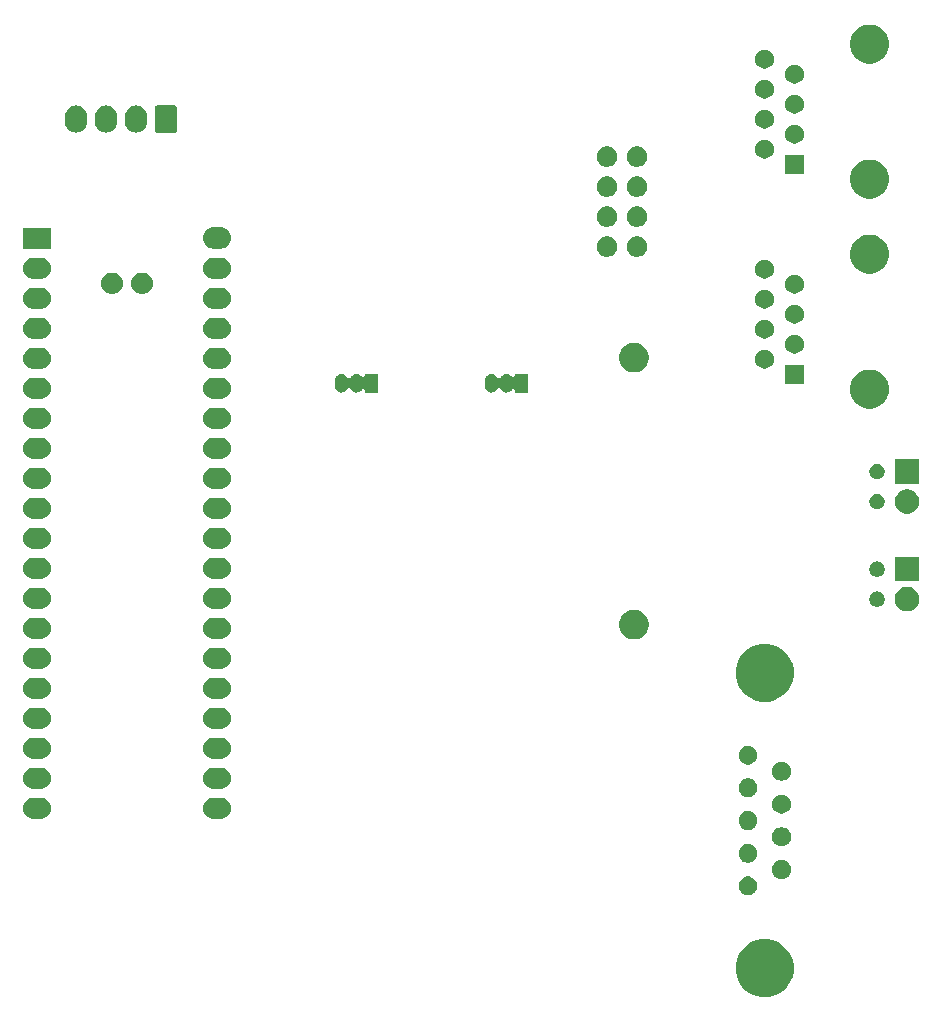
<source format=gbr>
G04 #@! TF.GenerationSoftware,KiCad,Pcbnew,5.0.2-bee76a0~70~ubuntu18.04.1*
G04 #@! TF.CreationDate,2019-11-25T15:04:39+01:00*
G04 #@! TF.ProjectId,RS232CInterface.kicad_pcb,52533233-3243-4496-9e74-657266616365,rev?*
G04 #@! TF.SameCoordinates,Original*
G04 #@! TF.FileFunction,Soldermask,Bot*
G04 #@! TF.FilePolarity,Negative*
%FSLAX46Y46*%
G04 Gerber Fmt 4.6, Leading zero omitted, Abs format (unit mm)*
G04 Created by KiCad (PCBNEW 5.0.2-bee76a0~70~ubuntu18.04.1) date Mon 25 Nov 2019 03:04:39 PM CET*
%MOMM*%
%LPD*%
G01*
G04 APERTURE LIST*
%ADD10C,0.100000*%
G04 APERTURE END LIST*
D10*
G36*
X172822927Y-111187190D02*
X172822929Y-111187191D01*
X172822930Y-111187191D01*
X173268984Y-111371952D01*
X173668610Y-111638974D01*
X173670424Y-111640186D01*
X174011814Y-111981576D01*
X174011816Y-111981579D01*
X174280048Y-112383016D01*
X174464809Y-112829070D01*
X174559000Y-113302598D01*
X174559000Y-113785402D01*
X174464809Y-114258930D01*
X174280048Y-114704984D01*
X174013026Y-115104610D01*
X174011814Y-115106424D01*
X173670424Y-115447814D01*
X173670421Y-115447816D01*
X173268984Y-115716048D01*
X172822930Y-115900809D01*
X172822929Y-115900809D01*
X172822927Y-115900810D01*
X172349404Y-115995000D01*
X171866596Y-115995000D01*
X171393073Y-115900810D01*
X171393071Y-115900809D01*
X171393070Y-115900809D01*
X170947016Y-115716048D01*
X170545579Y-115447816D01*
X170545576Y-115447814D01*
X170204186Y-115106424D01*
X170202974Y-115104610D01*
X169935952Y-114704984D01*
X169751191Y-114258930D01*
X169657000Y-113785402D01*
X169657000Y-113302598D01*
X169751191Y-112829070D01*
X169935952Y-112383016D01*
X170204184Y-111981579D01*
X170204186Y-111981576D01*
X170545576Y-111640186D01*
X170547390Y-111638974D01*
X170947016Y-111371952D01*
X171393070Y-111187191D01*
X171393071Y-111187191D01*
X171393073Y-111187190D01*
X171866596Y-111093000D01*
X172349404Y-111093000D01*
X172822927Y-111187190D01*
X172822927Y-111187190D01*
G37*
G36*
X170921643Y-105813781D02*
X171067415Y-105874162D01*
X171198611Y-105961824D01*
X171310176Y-106073389D01*
X171397838Y-106204585D01*
X171458219Y-106350357D01*
X171489000Y-106505107D01*
X171489000Y-106662893D01*
X171458219Y-106817643D01*
X171397838Y-106963415D01*
X171310176Y-107094611D01*
X171198611Y-107206176D01*
X171067415Y-107293838D01*
X170921643Y-107354219D01*
X170766893Y-107385000D01*
X170609107Y-107385000D01*
X170454357Y-107354219D01*
X170308585Y-107293838D01*
X170177389Y-107206176D01*
X170065824Y-107094611D01*
X169978162Y-106963415D01*
X169917781Y-106817643D01*
X169887000Y-106662893D01*
X169887000Y-106505107D01*
X169917781Y-106350357D01*
X169978162Y-106204585D01*
X170065824Y-106073389D01*
X170177389Y-105961824D01*
X170308585Y-105874162D01*
X170454357Y-105813781D01*
X170609107Y-105783000D01*
X170766893Y-105783000D01*
X170921643Y-105813781D01*
X170921643Y-105813781D01*
G37*
G36*
X173761643Y-104428781D02*
X173907415Y-104489162D01*
X174038611Y-104576824D01*
X174150176Y-104688389D01*
X174237838Y-104819585D01*
X174298219Y-104965357D01*
X174329000Y-105120107D01*
X174329000Y-105277893D01*
X174298219Y-105432643D01*
X174237838Y-105578415D01*
X174150176Y-105709611D01*
X174038611Y-105821176D01*
X173907415Y-105908838D01*
X173761643Y-105969219D01*
X173606893Y-106000000D01*
X173449107Y-106000000D01*
X173294357Y-105969219D01*
X173148585Y-105908838D01*
X173017389Y-105821176D01*
X172905824Y-105709611D01*
X172818162Y-105578415D01*
X172757781Y-105432643D01*
X172727000Y-105277893D01*
X172727000Y-105120107D01*
X172757781Y-104965357D01*
X172818162Y-104819585D01*
X172905824Y-104688389D01*
X173017389Y-104576824D01*
X173148585Y-104489162D01*
X173294357Y-104428781D01*
X173449107Y-104398000D01*
X173606893Y-104398000D01*
X173761643Y-104428781D01*
X173761643Y-104428781D01*
G37*
G36*
X170921643Y-103043781D02*
X171067415Y-103104162D01*
X171198611Y-103191824D01*
X171310176Y-103303389D01*
X171397838Y-103434585D01*
X171458219Y-103580357D01*
X171489000Y-103735107D01*
X171489000Y-103892893D01*
X171458219Y-104047643D01*
X171397838Y-104193415D01*
X171310176Y-104324611D01*
X171198611Y-104436176D01*
X171067415Y-104523838D01*
X170921643Y-104584219D01*
X170766893Y-104615000D01*
X170609107Y-104615000D01*
X170454357Y-104584219D01*
X170308585Y-104523838D01*
X170177389Y-104436176D01*
X170065824Y-104324611D01*
X169978162Y-104193415D01*
X169917781Y-104047643D01*
X169887000Y-103892893D01*
X169887000Y-103735107D01*
X169917781Y-103580357D01*
X169978162Y-103434585D01*
X170065824Y-103303389D01*
X170177389Y-103191824D01*
X170308585Y-103104162D01*
X170454357Y-103043781D01*
X170609107Y-103013000D01*
X170766893Y-103013000D01*
X170921643Y-103043781D01*
X170921643Y-103043781D01*
G37*
G36*
X173761643Y-101658781D02*
X173907415Y-101719162D01*
X174038611Y-101806824D01*
X174150176Y-101918389D01*
X174237838Y-102049585D01*
X174298219Y-102195357D01*
X174329000Y-102350107D01*
X174329000Y-102507893D01*
X174298219Y-102662643D01*
X174237838Y-102808415D01*
X174150176Y-102939611D01*
X174038611Y-103051176D01*
X173907415Y-103138838D01*
X173761643Y-103199219D01*
X173606893Y-103230000D01*
X173449107Y-103230000D01*
X173294357Y-103199219D01*
X173148585Y-103138838D01*
X173017389Y-103051176D01*
X172905824Y-102939611D01*
X172818162Y-102808415D01*
X172757781Y-102662643D01*
X172727000Y-102507893D01*
X172727000Y-102350107D01*
X172757781Y-102195357D01*
X172818162Y-102049585D01*
X172905824Y-101918389D01*
X173017389Y-101806824D01*
X173148585Y-101719162D01*
X173294357Y-101658781D01*
X173449107Y-101628000D01*
X173606893Y-101628000D01*
X173761643Y-101658781D01*
X173761643Y-101658781D01*
G37*
G36*
X170921643Y-100273781D02*
X171067415Y-100334162D01*
X171198611Y-100421824D01*
X171310176Y-100533389D01*
X171397838Y-100664585D01*
X171458219Y-100810357D01*
X171489000Y-100965107D01*
X171489000Y-101122893D01*
X171458219Y-101277643D01*
X171397838Y-101423415D01*
X171310176Y-101554611D01*
X171198611Y-101666176D01*
X171067415Y-101753838D01*
X170921643Y-101814219D01*
X170766893Y-101845000D01*
X170609107Y-101845000D01*
X170454357Y-101814219D01*
X170308585Y-101753838D01*
X170177389Y-101666176D01*
X170065824Y-101554611D01*
X169978162Y-101423415D01*
X169917781Y-101277643D01*
X169887000Y-101122893D01*
X169887000Y-100965107D01*
X169917781Y-100810357D01*
X169978162Y-100664585D01*
X170065824Y-100533389D01*
X170177389Y-100421824D01*
X170308585Y-100334162D01*
X170454357Y-100273781D01*
X170609107Y-100243000D01*
X170766893Y-100243000D01*
X170921643Y-100273781D01*
X170921643Y-100273781D01*
G37*
G36*
X126170694Y-99123833D02*
X126343094Y-99176131D01*
X126343096Y-99176132D01*
X126501983Y-99261059D01*
X126641249Y-99375351D01*
X126755541Y-99514617D01*
X126840468Y-99673504D01*
X126840469Y-99673506D01*
X126892767Y-99845906D01*
X126910425Y-100025200D01*
X126892767Y-100204494D01*
X126840469Y-100376894D01*
X126840468Y-100376896D01*
X126755541Y-100535783D01*
X126641249Y-100675049D01*
X126501983Y-100789341D01*
X126343096Y-100874268D01*
X126343094Y-100874269D01*
X126170694Y-100926567D01*
X126036331Y-100939800D01*
X125423669Y-100939800D01*
X125289306Y-100926567D01*
X125116906Y-100874269D01*
X125116904Y-100874268D01*
X124958017Y-100789341D01*
X124818751Y-100675049D01*
X124704459Y-100535783D01*
X124619532Y-100376896D01*
X124619531Y-100376894D01*
X124567233Y-100204494D01*
X124549575Y-100025200D01*
X124567233Y-99845906D01*
X124619531Y-99673506D01*
X124619532Y-99673504D01*
X124704459Y-99514617D01*
X124818751Y-99375351D01*
X124958017Y-99261059D01*
X125116904Y-99176132D01*
X125116906Y-99176131D01*
X125289306Y-99123833D01*
X125423669Y-99110600D01*
X126036331Y-99110600D01*
X126170694Y-99123833D01*
X126170694Y-99123833D01*
G37*
G36*
X110930694Y-99123833D02*
X111103094Y-99176131D01*
X111103096Y-99176132D01*
X111261983Y-99261059D01*
X111401249Y-99375351D01*
X111515541Y-99514617D01*
X111600468Y-99673504D01*
X111600469Y-99673506D01*
X111652767Y-99845906D01*
X111670425Y-100025200D01*
X111652767Y-100204494D01*
X111600469Y-100376894D01*
X111600468Y-100376896D01*
X111515541Y-100535783D01*
X111401249Y-100675049D01*
X111261983Y-100789341D01*
X111103096Y-100874268D01*
X111103094Y-100874269D01*
X110930694Y-100926567D01*
X110796331Y-100939800D01*
X110183669Y-100939800D01*
X110049306Y-100926567D01*
X109876906Y-100874269D01*
X109876904Y-100874268D01*
X109718017Y-100789341D01*
X109578751Y-100675049D01*
X109464459Y-100535783D01*
X109379532Y-100376896D01*
X109379531Y-100376894D01*
X109327233Y-100204494D01*
X109309575Y-100025200D01*
X109327233Y-99845906D01*
X109379531Y-99673506D01*
X109379532Y-99673504D01*
X109464459Y-99514617D01*
X109578751Y-99375351D01*
X109718017Y-99261059D01*
X109876904Y-99176132D01*
X109876906Y-99176131D01*
X110049306Y-99123833D01*
X110183669Y-99110600D01*
X110796331Y-99110600D01*
X110930694Y-99123833D01*
X110930694Y-99123833D01*
G37*
G36*
X173761643Y-98888781D02*
X173907415Y-98949162D01*
X174038611Y-99036824D01*
X174150176Y-99148389D01*
X174237838Y-99279585D01*
X174298219Y-99425357D01*
X174329000Y-99580107D01*
X174329000Y-99737893D01*
X174298219Y-99892643D01*
X174237838Y-100038415D01*
X174150176Y-100169611D01*
X174038611Y-100281176D01*
X173907415Y-100368838D01*
X173761643Y-100429219D01*
X173606893Y-100460000D01*
X173449107Y-100460000D01*
X173294357Y-100429219D01*
X173148585Y-100368838D01*
X173017389Y-100281176D01*
X172905824Y-100169611D01*
X172818162Y-100038415D01*
X172757781Y-99892643D01*
X172727000Y-99737893D01*
X172727000Y-99580107D01*
X172757781Y-99425357D01*
X172818162Y-99279585D01*
X172905824Y-99148389D01*
X173017389Y-99036824D01*
X173148585Y-98949162D01*
X173294357Y-98888781D01*
X173449107Y-98858000D01*
X173606893Y-98858000D01*
X173761643Y-98888781D01*
X173761643Y-98888781D01*
G37*
G36*
X170921643Y-97503781D02*
X171067415Y-97564162D01*
X171198611Y-97651824D01*
X171310176Y-97763389D01*
X171397838Y-97894585D01*
X171458219Y-98040357D01*
X171489000Y-98195107D01*
X171489000Y-98352893D01*
X171458219Y-98507643D01*
X171397838Y-98653415D01*
X171310176Y-98784611D01*
X171198611Y-98896176D01*
X171067415Y-98983838D01*
X170921643Y-99044219D01*
X170766893Y-99075000D01*
X170609107Y-99075000D01*
X170454357Y-99044219D01*
X170308585Y-98983838D01*
X170177389Y-98896176D01*
X170065824Y-98784611D01*
X169978162Y-98653415D01*
X169917781Y-98507643D01*
X169887000Y-98352893D01*
X169887000Y-98195107D01*
X169917781Y-98040357D01*
X169978162Y-97894585D01*
X170065824Y-97763389D01*
X170177389Y-97651824D01*
X170308585Y-97564162D01*
X170454357Y-97503781D01*
X170609107Y-97473000D01*
X170766893Y-97473000D01*
X170921643Y-97503781D01*
X170921643Y-97503781D01*
G37*
G36*
X126170694Y-96583833D02*
X126343094Y-96636131D01*
X126343096Y-96636132D01*
X126501983Y-96721059D01*
X126501985Y-96721060D01*
X126501984Y-96721060D01*
X126641249Y-96835351D01*
X126755540Y-96974616D01*
X126840469Y-97133506D01*
X126892767Y-97305906D01*
X126910425Y-97485200D01*
X126892767Y-97664494D01*
X126840469Y-97836894D01*
X126840468Y-97836896D01*
X126755541Y-97995783D01*
X126641249Y-98135049D01*
X126501983Y-98249341D01*
X126343096Y-98334268D01*
X126343094Y-98334269D01*
X126170694Y-98386567D01*
X126036331Y-98399800D01*
X125423669Y-98399800D01*
X125289306Y-98386567D01*
X125116906Y-98334269D01*
X125116904Y-98334268D01*
X124958017Y-98249341D01*
X124818751Y-98135049D01*
X124704459Y-97995783D01*
X124619532Y-97836896D01*
X124619531Y-97836894D01*
X124567233Y-97664494D01*
X124549575Y-97485200D01*
X124567233Y-97305906D01*
X124619531Y-97133506D01*
X124704460Y-96974616D01*
X124818751Y-96835351D01*
X124958016Y-96721060D01*
X124958015Y-96721060D01*
X124958017Y-96721059D01*
X125116904Y-96636132D01*
X125116906Y-96636131D01*
X125289306Y-96583833D01*
X125423669Y-96570600D01*
X126036331Y-96570600D01*
X126170694Y-96583833D01*
X126170694Y-96583833D01*
G37*
G36*
X110930694Y-96583833D02*
X111103094Y-96636131D01*
X111103096Y-96636132D01*
X111261983Y-96721059D01*
X111261985Y-96721060D01*
X111261984Y-96721060D01*
X111401249Y-96835351D01*
X111515540Y-96974616D01*
X111600469Y-97133506D01*
X111652767Y-97305906D01*
X111670425Y-97485200D01*
X111652767Y-97664494D01*
X111600469Y-97836894D01*
X111600468Y-97836896D01*
X111515541Y-97995783D01*
X111401249Y-98135049D01*
X111261983Y-98249341D01*
X111103096Y-98334268D01*
X111103094Y-98334269D01*
X110930694Y-98386567D01*
X110796331Y-98399800D01*
X110183669Y-98399800D01*
X110049306Y-98386567D01*
X109876906Y-98334269D01*
X109876904Y-98334268D01*
X109718017Y-98249341D01*
X109578751Y-98135049D01*
X109464459Y-97995783D01*
X109379532Y-97836896D01*
X109379531Y-97836894D01*
X109327233Y-97664494D01*
X109309575Y-97485200D01*
X109327233Y-97305906D01*
X109379531Y-97133506D01*
X109464460Y-96974616D01*
X109578751Y-96835351D01*
X109718016Y-96721060D01*
X109718015Y-96721060D01*
X109718017Y-96721059D01*
X109876904Y-96636132D01*
X109876906Y-96636131D01*
X110049306Y-96583833D01*
X110183669Y-96570600D01*
X110796331Y-96570600D01*
X110930694Y-96583833D01*
X110930694Y-96583833D01*
G37*
G36*
X173761643Y-96118781D02*
X173907415Y-96179162D01*
X174038611Y-96266824D01*
X174150176Y-96378389D01*
X174237838Y-96509585D01*
X174298219Y-96655357D01*
X174329000Y-96810107D01*
X174329000Y-96967893D01*
X174298219Y-97122643D01*
X174237838Y-97268415D01*
X174150176Y-97399611D01*
X174038611Y-97511176D01*
X173907415Y-97598838D01*
X173761643Y-97659219D01*
X173606893Y-97690000D01*
X173449107Y-97690000D01*
X173294357Y-97659219D01*
X173148585Y-97598838D01*
X173017389Y-97511176D01*
X172905824Y-97399611D01*
X172818162Y-97268415D01*
X172757781Y-97122643D01*
X172727000Y-96967893D01*
X172727000Y-96810107D01*
X172757781Y-96655357D01*
X172818162Y-96509585D01*
X172905824Y-96378389D01*
X173017389Y-96266824D01*
X173148585Y-96179162D01*
X173294357Y-96118781D01*
X173449107Y-96088000D01*
X173606893Y-96088000D01*
X173761643Y-96118781D01*
X173761643Y-96118781D01*
G37*
G36*
X170921643Y-94733781D02*
X171067415Y-94794162D01*
X171198611Y-94881824D01*
X171310176Y-94993389D01*
X171397838Y-95124585D01*
X171458219Y-95270357D01*
X171489000Y-95425107D01*
X171489000Y-95582893D01*
X171458219Y-95737643D01*
X171397838Y-95883415D01*
X171310176Y-96014611D01*
X171198611Y-96126176D01*
X171067415Y-96213838D01*
X170921643Y-96274219D01*
X170766893Y-96305000D01*
X170609107Y-96305000D01*
X170454357Y-96274219D01*
X170308585Y-96213838D01*
X170177389Y-96126176D01*
X170065824Y-96014611D01*
X169978162Y-95883415D01*
X169917781Y-95737643D01*
X169887000Y-95582893D01*
X169887000Y-95425107D01*
X169917781Y-95270357D01*
X169978162Y-95124585D01*
X170065824Y-94993389D01*
X170177389Y-94881824D01*
X170308585Y-94794162D01*
X170454357Y-94733781D01*
X170609107Y-94703000D01*
X170766893Y-94703000D01*
X170921643Y-94733781D01*
X170921643Y-94733781D01*
G37*
G36*
X110930694Y-94043833D02*
X111103094Y-94096131D01*
X111103096Y-94096132D01*
X111261983Y-94181059D01*
X111261985Y-94181060D01*
X111261984Y-94181060D01*
X111401249Y-94295351D01*
X111515540Y-94434616D01*
X111600469Y-94593506D01*
X111652767Y-94765906D01*
X111670425Y-94945200D01*
X111652767Y-95124494D01*
X111608519Y-95270357D01*
X111600468Y-95296896D01*
X111515541Y-95455783D01*
X111401249Y-95595049D01*
X111261983Y-95709341D01*
X111103096Y-95794268D01*
X111103094Y-95794269D01*
X110930694Y-95846567D01*
X110796331Y-95859800D01*
X110183669Y-95859800D01*
X110049306Y-95846567D01*
X109876906Y-95794269D01*
X109876904Y-95794268D01*
X109718017Y-95709341D01*
X109578751Y-95595049D01*
X109464459Y-95455783D01*
X109379532Y-95296896D01*
X109371481Y-95270357D01*
X109327233Y-95124494D01*
X109309575Y-94945200D01*
X109327233Y-94765906D01*
X109379531Y-94593506D01*
X109464460Y-94434616D01*
X109578751Y-94295351D01*
X109718016Y-94181060D01*
X109718015Y-94181060D01*
X109718017Y-94181059D01*
X109876904Y-94096132D01*
X109876906Y-94096131D01*
X110049306Y-94043833D01*
X110183669Y-94030600D01*
X110796331Y-94030600D01*
X110930694Y-94043833D01*
X110930694Y-94043833D01*
G37*
G36*
X126170694Y-94043833D02*
X126343094Y-94096131D01*
X126343096Y-94096132D01*
X126501983Y-94181059D01*
X126501985Y-94181060D01*
X126501984Y-94181060D01*
X126641249Y-94295351D01*
X126755540Y-94434616D01*
X126840469Y-94593506D01*
X126892767Y-94765906D01*
X126910425Y-94945200D01*
X126892767Y-95124494D01*
X126848519Y-95270357D01*
X126840468Y-95296896D01*
X126755541Y-95455783D01*
X126641249Y-95595049D01*
X126501983Y-95709341D01*
X126343096Y-95794268D01*
X126343094Y-95794269D01*
X126170694Y-95846567D01*
X126036331Y-95859800D01*
X125423669Y-95859800D01*
X125289306Y-95846567D01*
X125116906Y-95794269D01*
X125116904Y-95794268D01*
X124958017Y-95709341D01*
X124818751Y-95595049D01*
X124704459Y-95455783D01*
X124619532Y-95296896D01*
X124611481Y-95270357D01*
X124567233Y-95124494D01*
X124549575Y-94945200D01*
X124567233Y-94765906D01*
X124619531Y-94593506D01*
X124704460Y-94434616D01*
X124818751Y-94295351D01*
X124958016Y-94181060D01*
X124958015Y-94181060D01*
X124958017Y-94181059D01*
X125116904Y-94096132D01*
X125116906Y-94096131D01*
X125289306Y-94043833D01*
X125423669Y-94030600D01*
X126036331Y-94030600D01*
X126170694Y-94043833D01*
X126170694Y-94043833D01*
G37*
G36*
X110930694Y-91503833D02*
X111103094Y-91556131D01*
X111103096Y-91556132D01*
X111261983Y-91641059D01*
X111261985Y-91641060D01*
X111261984Y-91641060D01*
X111401249Y-91755351D01*
X111515540Y-91894616D01*
X111600469Y-92053506D01*
X111652767Y-92225906D01*
X111670425Y-92405200D01*
X111652767Y-92584494D01*
X111600469Y-92756894D01*
X111600468Y-92756896D01*
X111515541Y-92915783D01*
X111401249Y-93055049D01*
X111261983Y-93169341D01*
X111103096Y-93254268D01*
X111103094Y-93254269D01*
X110930694Y-93306567D01*
X110796331Y-93319800D01*
X110183669Y-93319800D01*
X110049306Y-93306567D01*
X109876906Y-93254269D01*
X109876904Y-93254268D01*
X109718017Y-93169341D01*
X109578751Y-93055049D01*
X109464459Y-92915783D01*
X109379532Y-92756896D01*
X109379531Y-92756894D01*
X109327233Y-92584494D01*
X109309575Y-92405200D01*
X109327233Y-92225906D01*
X109379531Y-92053506D01*
X109464460Y-91894616D01*
X109578751Y-91755351D01*
X109718016Y-91641060D01*
X109718015Y-91641060D01*
X109718017Y-91641059D01*
X109876904Y-91556132D01*
X109876906Y-91556131D01*
X110049306Y-91503833D01*
X110183669Y-91490600D01*
X110796331Y-91490600D01*
X110930694Y-91503833D01*
X110930694Y-91503833D01*
G37*
G36*
X126170694Y-91503833D02*
X126343094Y-91556131D01*
X126343096Y-91556132D01*
X126501983Y-91641059D01*
X126501985Y-91641060D01*
X126501984Y-91641060D01*
X126641249Y-91755351D01*
X126755540Y-91894616D01*
X126840469Y-92053506D01*
X126892767Y-92225906D01*
X126910425Y-92405200D01*
X126892767Y-92584494D01*
X126840469Y-92756894D01*
X126840468Y-92756896D01*
X126755541Y-92915783D01*
X126641249Y-93055049D01*
X126501983Y-93169341D01*
X126343096Y-93254268D01*
X126343094Y-93254269D01*
X126170694Y-93306567D01*
X126036331Y-93319800D01*
X125423669Y-93319800D01*
X125289306Y-93306567D01*
X125116906Y-93254269D01*
X125116904Y-93254268D01*
X124958017Y-93169341D01*
X124818751Y-93055049D01*
X124704459Y-92915783D01*
X124619532Y-92756896D01*
X124619531Y-92756894D01*
X124567233Y-92584494D01*
X124549575Y-92405200D01*
X124567233Y-92225906D01*
X124619531Y-92053506D01*
X124704460Y-91894616D01*
X124818751Y-91755351D01*
X124958016Y-91641060D01*
X124958015Y-91641060D01*
X124958017Y-91641059D01*
X125116904Y-91556132D01*
X125116906Y-91556131D01*
X125289306Y-91503833D01*
X125423669Y-91490600D01*
X126036331Y-91490600D01*
X126170694Y-91503833D01*
X126170694Y-91503833D01*
G37*
G36*
X172822927Y-86187190D02*
X172822929Y-86187191D01*
X172822930Y-86187191D01*
X173268984Y-86371952D01*
X173668610Y-86638974D01*
X173670424Y-86640186D01*
X174011814Y-86981576D01*
X174011816Y-86981579D01*
X174280048Y-87383016D01*
X174464809Y-87829070D01*
X174464810Y-87829073D01*
X174559000Y-88302596D01*
X174559000Y-88785404D01*
X174473478Y-89215351D01*
X174464809Y-89258930D01*
X174280048Y-89704984D01*
X174053195Y-90044493D01*
X174011814Y-90106424D01*
X173670424Y-90447814D01*
X173670421Y-90447816D01*
X173268984Y-90716048D01*
X172822930Y-90900809D01*
X172822929Y-90900809D01*
X172822927Y-90900810D01*
X172349404Y-90995000D01*
X171866596Y-90995000D01*
X171393073Y-90900810D01*
X171393071Y-90900809D01*
X171393070Y-90900809D01*
X170947016Y-90716048D01*
X170545579Y-90447816D01*
X170545576Y-90447814D01*
X170204186Y-90106424D01*
X170162805Y-90044493D01*
X169935952Y-89704984D01*
X169751191Y-89258930D01*
X169742523Y-89215351D01*
X169657000Y-88785404D01*
X169657000Y-88302596D01*
X169751190Y-87829073D01*
X169751191Y-87829070D01*
X169935952Y-87383016D01*
X170204184Y-86981579D01*
X170204186Y-86981576D01*
X170545576Y-86640186D01*
X170547390Y-86638974D01*
X170947016Y-86371952D01*
X171393070Y-86187191D01*
X171393071Y-86187191D01*
X171393073Y-86187190D01*
X171866596Y-86093000D01*
X172349404Y-86093000D01*
X172822927Y-86187190D01*
X172822927Y-86187190D01*
G37*
G36*
X110930694Y-88963833D02*
X111103094Y-89016131D01*
X111103096Y-89016132D01*
X111261983Y-89101059D01*
X111261985Y-89101060D01*
X111261984Y-89101060D01*
X111401249Y-89215351D01*
X111515540Y-89354616D01*
X111600469Y-89513506D01*
X111652767Y-89685906D01*
X111670425Y-89865200D01*
X111652767Y-90044494D01*
X111600469Y-90216894D01*
X111600468Y-90216896D01*
X111515541Y-90375783D01*
X111401249Y-90515049D01*
X111261983Y-90629341D01*
X111103096Y-90714268D01*
X111103094Y-90714269D01*
X110930694Y-90766567D01*
X110796331Y-90779800D01*
X110183669Y-90779800D01*
X110049306Y-90766567D01*
X109876906Y-90714269D01*
X109876904Y-90714268D01*
X109718017Y-90629341D01*
X109578751Y-90515049D01*
X109464459Y-90375783D01*
X109379532Y-90216896D01*
X109379531Y-90216894D01*
X109327233Y-90044494D01*
X109309575Y-89865200D01*
X109327233Y-89685906D01*
X109379531Y-89513506D01*
X109464460Y-89354616D01*
X109578751Y-89215351D01*
X109718016Y-89101060D01*
X109718015Y-89101060D01*
X109718017Y-89101059D01*
X109876904Y-89016132D01*
X109876906Y-89016131D01*
X110049306Y-88963833D01*
X110183669Y-88950600D01*
X110796331Y-88950600D01*
X110930694Y-88963833D01*
X110930694Y-88963833D01*
G37*
G36*
X126170694Y-88963833D02*
X126343094Y-89016131D01*
X126343096Y-89016132D01*
X126501983Y-89101059D01*
X126501985Y-89101060D01*
X126501984Y-89101060D01*
X126641249Y-89215351D01*
X126755540Y-89354616D01*
X126840469Y-89513506D01*
X126892767Y-89685906D01*
X126910425Y-89865200D01*
X126892767Y-90044494D01*
X126840469Y-90216894D01*
X126840468Y-90216896D01*
X126755541Y-90375783D01*
X126641249Y-90515049D01*
X126501983Y-90629341D01*
X126343096Y-90714268D01*
X126343094Y-90714269D01*
X126170694Y-90766567D01*
X126036331Y-90779800D01*
X125423669Y-90779800D01*
X125289306Y-90766567D01*
X125116906Y-90714269D01*
X125116904Y-90714268D01*
X124958017Y-90629341D01*
X124818751Y-90515049D01*
X124704459Y-90375783D01*
X124619532Y-90216896D01*
X124619531Y-90216894D01*
X124567233Y-90044494D01*
X124549575Y-89865200D01*
X124567233Y-89685906D01*
X124619531Y-89513506D01*
X124704460Y-89354616D01*
X124818751Y-89215351D01*
X124958016Y-89101060D01*
X124958015Y-89101060D01*
X124958017Y-89101059D01*
X125116904Y-89016132D01*
X125116906Y-89016131D01*
X125289306Y-88963833D01*
X125423669Y-88950600D01*
X126036331Y-88950600D01*
X126170694Y-88963833D01*
X126170694Y-88963833D01*
G37*
G36*
X110930694Y-86423833D02*
X111103094Y-86476131D01*
X111103096Y-86476132D01*
X111261983Y-86561059D01*
X111261985Y-86561060D01*
X111261984Y-86561060D01*
X111401249Y-86675351D01*
X111515540Y-86814616D01*
X111600469Y-86973506D01*
X111652767Y-87145906D01*
X111670425Y-87325200D01*
X111652767Y-87504494D01*
X111600469Y-87676894D01*
X111600468Y-87676896D01*
X111515541Y-87835783D01*
X111401249Y-87975049D01*
X111261983Y-88089341D01*
X111103096Y-88174268D01*
X111103094Y-88174269D01*
X110930694Y-88226567D01*
X110796331Y-88239800D01*
X110183669Y-88239800D01*
X110049306Y-88226567D01*
X109876906Y-88174269D01*
X109876904Y-88174268D01*
X109718017Y-88089341D01*
X109578751Y-87975049D01*
X109464459Y-87835783D01*
X109379532Y-87676896D01*
X109379531Y-87676894D01*
X109327233Y-87504494D01*
X109309575Y-87325200D01*
X109327233Y-87145906D01*
X109379531Y-86973506D01*
X109464460Y-86814616D01*
X109578751Y-86675351D01*
X109718016Y-86561060D01*
X109718015Y-86561060D01*
X109718017Y-86561059D01*
X109876904Y-86476132D01*
X109876906Y-86476131D01*
X110049306Y-86423833D01*
X110183669Y-86410600D01*
X110796331Y-86410600D01*
X110930694Y-86423833D01*
X110930694Y-86423833D01*
G37*
G36*
X126170694Y-86423833D02*
X126343094Y-86476131D01*
X126343096Y-86476132D01*
X126501983Y-86561059D01*
X126501985Y-86561060D01*
X126501984Y-86561060D01*
X126641249Y-86675351D01*
X126755540Y-86814616D01*
X126840469Y-86973506D01*
X126892767Y-87145906D01*
X126910425Y-87325200D01*
X126892767Y-87504494D01*
X126840469Y-87676894D01*
X126840468Y-87676896D01*
X126755541Y-87835783D01*
X126641249Y-87975049D01*
X126501983Y-88089341D01*
X126343096Y-88174268D01*
X126343094Y-88174269D01*
X126170694Y-88226567D01*
X126036331Y-88239800D01*
X125423669Y-88239800D01*
X125289306Y-88226567D01*
X125116906Y-88174269D01*
X125116904Y-88174268D01*
X124958017Y-88089341D01*
X124818751Y-87975049D01*
X124704459Y-87835783D01*
X124619532Y-87676896D01*
X124619531Y-87676894D01*
X124567233Y-87504494D01*
X124549575Y-87325200D01*
X124567233Y-87145906D01*
X124619531Y-86973506D01*
X124704460Y-86814616D01*
X124818751Y-86675351D01*
X124958016Y-86561060D01*
X124958015Y-86561060D01*
X124958017Y-86561059D01*
X125116904Y-86476132D01*
X125116906Y-86476131D01*
X125289306Y-86423833D01*
X125423669Y-86410600D01*
X126036331Y-86410600D01*
X126170694Y-86423833D01*
X126170694Y-86423833D01*
G37*
G36*
X161180474Y-83205229D02*
X161400903Y-83249075D01*
X161628571Y-83343378D01*
X161832542Y-83479668D01*
X161833469Y-83480287D01*
X162007713Y-83654531D01*
X162007715Y-83654534D01*
X162144622Y-83859429D01*
X162238925Y-84087097D01*
X162287000Y-84328787D01*
X162287000Y-84575213D01*
X162238925Y-84816903D01*
X162144622Y-85044571D01*
X162082932Y-85136896D01*
X162007713Y-85249469D01*
X161833469Y-85423713D01*
X161833466Y-85423715D01*
X161628571Y-85560622D01*
X161400903Y-85654925D01*
X161241827Y-85686567D01*
X161159214Y-85703000D01*
X160912786Y-85703000D01*
X160830173Y-85686567D01*
X160671097Y-85654925D01*
X160443429Y-85560622D01*
X160238534Y-85423715D01*
X160238531Y-85423713D01*
X160064287Y-85249469D01*
X159989068Y-85136896D01*
X159927378Y-85044571D01*
X159833075Y-84816903D01*
X159785000Y-84575213D01*
X159785000Y-84328787D01*
X159833075Y-84087097D01*
X159927378Y-83859429D01*
X160064285Y-83654534D01*
X160064287Y-83654531D01*
X160238531Y-83480287D01*
X160239458Y-83479668D01*
X160443429Y-83343378D01*
X160671097Y-83249075D01*
X160891526Y-83205229D01*
X160912786Y-83201000D01*
X161159214Y-83201000D01*
X161180474Y-83205229D01*
X161180474Y-83205229D01*
G37*
G36*
X126170694Y-83883833D02*
X126343094Y-83936131D01*
X126343096Y-83936132D01*
X126501983Y-84021059D01*
X126641249Y-84135351D01*
X126755541Y-84274617D01*
X126840468Y-84433504D01*
X126840469Y-84433506D01*
X126892767Y-84605906D01*
X126910425Y-84785200D01*
X126892767Y-84964494D01*
X126868475Y-85044571D01*
X126840468Y-85136896D01*
X126755541Y-85295783D01*
X126641249Y-85435049D01*
X126501983Y-85549341D01*
X126343096Y-85634268D01*
X126343094Y-85634269D01*
X126170694Y-85686567D01*
X126036331Y-85699800D01*
X125423669Y-85699800D01*
X125289306Y-85686567D01*
X125116906Y-85634269D01*
X125116904Y-85634268D01*
X124958017Y-85549341D01*
X124818751Y-85435049D01*
X124704459Y-85295783D01*
X124619532Y-85136896D01*
X124591525Y-85044571D01*
X124567233Y-84964494D01*
X124549575Y-84785200D01*
X124567233Y-84605906D01*
X124619531Y-84433506D01*
X124619532Y-84433504D01*
X124704459Y-84274617D01*
X124818751Y-84135351D01*
X124958017Y-84021059D01*
X125116904Y-83936132D01*
X125116906Y-83936131D01*
X125289306Y-83883833D01*
X125423669Y-83870600D01*
X126036331Y-83870600D01*
X126170694Y-83883833D01*
X126170694Y-83883833D01*
G37*
G36*
X110930694Y-83883833D02*
X111103094Y-83936131D01*
X111103096Y-83936132D01*
X111261983Y-84021059D01*
X111401249Y-84135351D01*
X111515541Y-84274617D01*
X111600468Y-84433504D01*
X111600469Y-84433506D01*
X111652767Y-84605906D01*
X111670425Y-84785200D01*
X111652767Y-84964494D01*
X111628475Y-85044571D01*
X111600468Y-85136896D01*
X111515541Y-85295783D01*
X111401249Y-85435049D01*
X111261983Y-85549341D01*
X111103096Y-85634268D01*
X111103094Y-85634269D01*
X110930694Y-85686567D01*
X110796331Y-85699800D01*
X110183669Y-85699800D01*
X110049306Y-85686567D01*
X109876906Y-85634269D01*
X109876904Y-85634268D01*
X109718017Y-85549341D01*
X109578751Y-85435049D01*
X109464459Y-85295783D01*
X109379532Y-85136896D01*
X109351525Y-85044571D01*
X109327233Y-84964494D01*
X109309575Y-84785200D01*
X109327233Y-84605906D01*
X109379531Y-84433506D01*
X109379532Y-84433504D01*
X109464459Y-84274617D01*
X109578751Y-84135351D01*
X109718017Y-84021059D01*
X109876904Y-83936132D01*
X109876906Y-83936131D01*
X110049306Y-83883833D01*
X110183669Y-83870600D01*
X110796331Y-83870600D01*
X110930694Y-83883833D01*
X110930694Y-83883833D01*
G37*
G36*
X184449272Y-81309428D02*
X184635992Y-81386770D01*
X184804040Y-81499056D01*
X184946944Y-81641960D01*
X185059230Y-81810008D01*
X185136572Y-81996728D01*
X185176000Y-82194946D01*
X185176000Y-82397054D01*
X185136572Y-82595272D01*
X185059230Y-82781992D01*
X184946944Y-82950040D01*
X184804040Y-83092944D01*
X184635992Y-83205230D01*
X184449272Y-83282572D01*
X184251054Y-83322000D01*
X184048946Y-83322000D01*
X183850728Y-83282572D01*
X183664008Y-83205230D01*
X183495960Y-83092944D01*
X183353056Y-82950040D01*
X183240770Y-82781992D01*
X183163428Y-82595272D01*
X183124000Y-82397054D01*
X183124000Y-82194946D01*
X183163428Y-81996728D01*
X183240770Y-81810008D01*
X183353056Y-81641960D01*
X183495960Y-81499056D01*
X183664008Y-81386770D01*
X183850728Y-81309428D01*
X184048946Y-81270000D01*
X184251054Y-81270000D01*
X184449272Y-81309428D01*
X184449272Y-81309428D01*
G37*
G36*
X126170694Y-81343833D02*
X126343094Y-81396131D01*
X126343096Y-81396132D01*
X126501983Y-81481059D01*
X126641249Y-81595351D01*
X126755541Y-81734617D01*
X126795838Y-81810007D01*
X126840469Y-81893506D01*
X126892767Y-82065906D01*
X126910425Y-82245200D01*
X126892767Y-82424494D01*
X126840469Y-82596894D01*
X126840468Y-82596896D01*
X126755541Y-82755783D01*
X126641249Y-82895049D01*
X126501983Y-83009341D01*
X126345573Y-83092944D01*
X126343094Y-83094269D01*
X126170694Y-83146567D01*
X126036331Y-83159800D01*
X125423669Y-83159800D01*
X125289306Y-83146567D01*
X125116906Y-83094269D01*
X125114427Y-83092944D01*
X124958017Y-83009341D01*
X124818751Y-82895049D01*
X124704459Y-82755783D01*
X124619532Y-82596896D01*
X124619531Y-82596894D01*
X124567233Y-82424494D01*
X124549575Y-82245200D01*
X124567233Y-82065906D01*
X124619531Y-81893506D01*
X124664162Y-81810007D01*
X124704459Y-81734617D01*
X124818751Y-81595351D01*
X124958017Y-81481059D01*
X125116904Y-81396132D01*
X125116906Y-81396131D01*
X125289306Y-81343833D01*
X125423669Y-81330600D01*
X126036331Y-81330600D01*
X126170694Y-81343833D01*
X126170694Y-81343833D01*
G37*
G36*
X110930694Y-81343833D02*
X111103094Y-81396131D01*
X111103096Y-81396132D01*
X111261983Y-81481059D01*
X111401249Y-81595351D01*
X111515541Y-81734617D01*
X111555838Y-81810007D01*
X111600469Y-81893506D01*
X111652767Y-82065906D01*
X111670425Y-82245200D01*
X111652767Y-82424494D01*
X111600469Y-82596894D01*
X111600468Y-82596896D01*
X111515541Y-82755783D01*
X111401249Y-82895049D01*
X111261983Y-83009341D01*
X111105573Y-83092944D01*
X111103094Y-83094269D01*
X110930694Y-83146567D01*
X110796331Y-83159800D01*
X110183669Y-83159800D01*
X110049306Y-83146567D01*
X109876906Y-83094269D01*
X109874427Y-83092944D01*
X109718017Y-83009341D01*
X109578751Y-82895049D01*
X109464459Y-82755783D01*
X109379532Y-82596896D01*
X109379531Y-82596894D01*
X109327233Y-82424494D01*
X109309575Y-82245200D01*
X109327233Y-82065906D01*
X109379531Y-81893506D01*
X109424162Y-81810007D01*
X109464459Y-81734617D01*
X109578751Y-81595351D01*
X109718017Y-81481059D01*
X109876904Y-81396132D01*
X109876906Y-81396131D01*
X110049306Y-81343833D01*
X110183669Y-81330600D01*
X110796331Y-81330600D01*
X110930694Y-81343833D01*
X110930694Y-81343833D01*
G37*
G36*
X181799890Y-81670017D02*
X181918361Y-81719089D01*
X182024992Y-81790338D01*
X182115662Y-81881008D01*
X182186911Y-81987639D01*
X182235983Y-82106110D01*
X182261000Y-82231881D01*
X182261000Y-82360119D01*
X182235983Y-82485890D01*
X182186911Y-82604361D01*
X182115662Y-82710992D01*
X182024992Y-82801662D01*
X181918361Y-82872911D01*
X181799890Y-82921983D01*
X181674119Y-82947000D01*
X181545881Y-82947000D01*
X181420110Y-82921983D01*
X181301639Y-82872911D01*
X181195008Y-82801662D01*
X181104338Y-82710992D01*
X181033089Y-82604361D01*
X180984017Y-82485890D01*
X180959000Y-82360119D01*
X180959000Y-82231881D01*
X180984017Y-82106110D01*
X181033089Y-81987639D01*
X181104338Y-81881008D01*
X181195008Y-81790338D01*
X181301639Y-81719089D01*
X181420110Y-81670017D01*
X181545881Y-81645000D01*
X181674119Y-81645000D01*
X181799890Y-81670017D01*
X181799890Y-81670017D01*
G37*
G36*
X185176000Y-80782000D02*
X183124000Y-80782000D01*
X183124000Y-78730000D01*
X185176000Y-78730000D01*
X185176000Y-80782000D01*
X185176000Y-80782000D01*
G37*
G36*
X126170694Y-78803833D02*
X126343094Y-78856131D01*
X126343096Y-78856132D01*
X126501983Y-78941059D01*
X126641249Y-79055351D01*
X126755541Y-79194617D01*
X126833789Y-79341008D01*
X126840469Y-79353506D01*
X126892767Y-79525906D01*
X126910425Y-79705200D01*
X126892767Y-79884494D01*
X126840469Y-80056894D01*
X126840468Y-80056896D01*
X126755541Y-80215783D01*
X126641249Y-80355049D01*
X126501983Y-80469341D01*
X126343096Y-80554268D01*
X126343094Y-80554269D01*
X126170694Y-80606567D01*
X126036331Y-80619800D01*
X125423669Y-80619800D01*
X125289306Y-80606567D01*
X125116906Y-80554269D01*
X125116904Y-80554268D01*
X124958017Y-80469341D01*
X124818751Y-80355049D01*
X124704459Y-80215783D01*
X124619532Y-80056896D01*
X124619531Y-80056894D01*
X124567233Y-79884494D01*
X124549575Y-79705200D01*
X124567233Y-79525906D01*
X124619531Y-79353506D01*
X124626211Y-79341008D01*
X124704459Y-79194617D01*
X124818751Y-79055351D01*
X124958017Y-78941059D01*
X125116904Y-78856132D01*
X125116906Y-78856131D01*
X125289306Y-78803833D01*
X125423669Y-78790600D01*
X126036331Y-78790600D01*
X126170694Y-78803833D01*
X126170694Y-78803833D01*
G37*
G36*
X110930694Y-78803833D02*
X111103094Y-78856131D01*
X111103096Y-78856132D01*
X111261983Y-78941059D01*
X111401249Y-79055351D01*
X111515541Y-79194617D01*
X111593789Y-79341008D01*
X111600469Y-79353506D01*
X111652767Y-79525906D01*
X111670425Y-79705200D01*
X111652767Y-79884494D01*
X111600469Y-80056894D01*
X111600468Y-80056896D01*
X111515541Y-80215783D01*
X111401249Y-80355049D01*
X111261983Y-80469341D01*
X111103096Y-80554268D01*
X111103094Y-80554269D01*
X110930694Y-80606567D01*
X110796331Y-80619800D01*
X110183669Y-80619800D01*
X110049306Y-80606567D01*
X109876906Y-80554269D01*
X109876904Y-80554268D01*
X109718017Y-80469341D01*
X109578751Y-80355049D01*
X109464459Y-80215783D01*
X109379532Y-80056896D01*
X109379531Y-80056894D01*
X109327233Y-79884494D01*
X109309575Y-79705200D01*
X109327233Y-79525906D01*
X109379531Y-79353506D01*
X109386211Y-79341008D01*
X109464459Y-79194617D01*
X109578751Y-79055351D01*
X109718017Y-78941059D01*
X109876904Y-78856132D01*
X109876906Y-78856131D01*
X110049306Y-78803833D01*
X110183669Y-78790600D01*
X110796331Y-78790600D01*
X110930694Y-78803833D01*
X110930694Y-78803833D01*
G37*
G36*
X181799890Y-79130017D02*
X181918361Y-79179089D01*
X182024992Y-79250338D01*
X182115662Y-79341008D01*
X182186911Y-79447639D01*
X182235983Y-79566110D01*
X182261000Y-79691881D01*
X182261000Y-79820119D01*
X182235983Y-79945890D01*
X182186911Y-80064361D01*
X182115662Y-80170992D01*
X182024992Y-80261662D01*
X181918361Y-80332911D01*
X181799890Y-80381983D01*
X181674119Y-80407000D01*
X181545881Y-80407000D01*
X181420110Y-80381983D01*
X181301639Y-80332911D01*
X181195008Y-80261662D01*
X181104338Y-80170992D01*
X181033089Y-80064361D01*
X180984017Y-79945890D01*
X180959000Y-79820119D01*
X180959000Y-79691881D01*
X180984017Y-79566110D01*
X181033089Y-79447639D01*
X181104338Y-79341008D01*
X181195008Y-79250338D01*
X181301639Y-79179089D01*
X181420110Y-79130017D01*
X181545881Y-79105000D01*
X181674119Y-79105000D01*
X181799890Y-79130017D01*
X181799890Y-79130017D01*
G37*
G36*
X110930694Y-76263833D02*
X111103094Y-76316131D01*
X111103096Y-76316132D01*
X111261983Y-76401059D01*
X111261985Y-76401060D01*
X111261984Y-76401060D01*
X111401249Y-76515351D01*
X111515540Y-76654616D01*
X111600469Y-76813506D01*
X111652767Y-76985906D01*
X111670425Y-77165200D01*
X111652767Y-77344494D01*
X111600469Y-77516894D01*
X111600468Y-77516896D01*
X111515541Y-77675783D01*
X111401249Y-77815049D01*
X111261983Y-77929341D01*
X111103096Y-78014268D01*
X111103094Y-78014269D01*
X110930694Y-78066567D01*
X110796331Y-78079800D01*
X110183669Y-78079800D01*
X110049306Y-78066567D01*
X109876906Y-78014269D01*
X109876904Y-78014268D01*
X109718017Y-77929341D01*
X109578751Y-77815049D01*
X109464459Y-77675783D01*
X109379532Y-77516896D01*
X109379531Y-77516894D01*
X109327233Y-77344494D01*
X109309575Y-77165200D01*
X109327233Y-76985906D01*
X109379531Y-76813506D01*
X109464460Y-76654616D01*
X109578751Y-76515351D01*
X109718016Y-76401060D01*
X109718015Y-76401060D01*
X109718017Y-76401059D01*
X109876904Y-76316132D01*
X109876906Y-76316131D01*
X110049306Y-76263833D01*
X110183669Y-76250600D01*
X110796331Y-76250600D01*
X110930694Y-76263833D01*
X110930694Y-76263833D01*
G37*
G36*
X126170694Y-76263833D02*
X126343094Y-76316131D01*
X126343096Y-76316132D01*
X126501983Y-76401059D01*
X126501985Y-76401060D01*
X126501984Y-76401060D01*
X126641249Y-76515351D01*
X126755540Y-76654616D01*
X126840469Y-76813506D01*
X126892767Y-76985906D01*
X126910425Y-77165200D01*
X126892767Y-77344494D01*
X126840469Y-77516894D01*
X126840468Y-77516896D01*
X126755541Y-77675783D01*
X126641249Y-77815049D01*
X126501983Y-77929341D01*
X126343096Y-78014268D01*
X126343094Y-78014269D01*
X126170694Y-78066567D01*
X126036331Y-78079800D01*
X125423669Y-78079800D01*
X125289306Y-78066567D01*
X125116906Y-78014269D01*
X125116904Y-78014268D01*
X124958017Y-77929341D01*
X124818751Y-77815049D01*
X124704459Y-77675783D01*
X124619532Y-77516896D01*
X124619531Y-77516894D01*
X124567233Y-77344494D01*
X124549575Y-77165200D01*
X124567233Y-76985906D01*
X124619531Y-76813506D01*
X124704460Y-76654616D01*
X124818751Y-76515351D01*
X124958016Y-76401060D01*
X124958015Y-76401060D01*
X124958017Y-76401059D01*
X125116904Y-76316132D01*
X125116906Y-76316131D01*
X125289306Y-76263833D01*
X125423669Y-76250600D01*
X126036331Y-76250600D01*
X126170694Y-76263833D01*
X126170694Y-76263833D01*
G37*
G36*
X126170694Y-73723833D02*
X126343094Y-73776131D01*
X126343096Y-73776132D01*
X126501983Y-73861059D01*
X126501985Y-73861060D01*
X126501984Y-73861060D01*
X126641249Y-73975351D01*
X126755540Y-74114616D01*
X126840469Y-74273506D01*
X126892767Y-74445906D01*
X126910425Y-74625200D01*
X126892767Y-74804494D01*
X126840469Y-74976894D01*
X126840468Y-74976896D01*
X126755541Y-75135783D01*
X126641249Y-75275049D01*
X126501983Y-75389341D01*
X126343096Y-75474268D01*
X126343094Y-75474269D01*
X126170694Y-75526567D01*
X126036331Y-75539800D01*
X125423669Y-75539800D01*
X125289306Y-75526567D01*
X125116906Y-75474269D01*
X125116904Y-75474268D01*
X124958017Y-75389341D01*
X124818751Y-75275049D01*
X124704459Y-75135783D01*
X124619532Y-74976896D01*
X124619531Y-74976894D01*
X124567233Y-74804494D01*
X124549575Y-74625200D01*
X124567233Y-74445906D01*
X124619531Y-74273506D01*
X124704460Y-74114616D01*
X124818751Y-73975351D01*
X124958016Y-73861060D01*
X124958015Y-73861060D01*
X124958017Y-73861059D01*
X125116904Y-73776132D01*
X125116906Y-73776131D01*
X125289306Y-73723833D01*
X125423669Y-73710600D01*
X126036331Y-73710600D01*
X126170694Y-73723833D01*
X126170694Y-73723833D01*
G37*
G36*
X110930694Y-73723833D02*
X111103094Y-73776131D01*
X111103096Y-73776132D01*
X111261983Y-73861059D01*
X111261985Y-73861060D01*
X111261984Y-73861060D01*
X111401249Y-73975351D01*
X111515540Y-74114616D01*
X111600469Y-74273506D01*
X111652767Y-74445906D01*
X111670425Y-74625200D01*
X111652767Y-74804494D01*
X111600469Y-74976894D01*
X111600468Y-74976896D01*
X111515541Y-75135783D01*
X111401249Y-75275049D01*
X111261983Y-75389341D01*
X111103096Y-75474268D01*
X111103094Y-75474269D01*
X110930694Y-75526567D01*
X110796331Y-75539800D01*
X110183669Y-75539800D01*
X110049306Y-75526567D01*
X109876906Y-75474269D01*
X109876904Y-75474268D01*
X109718017Y-75389341D01*
X109578751Y-75275049D01*
X109464459Y-75135783D01*
X109379532Y-74976896D01*
X109379531Y-74976894D01*
X109327233Y-74804494D01*
X109309575Y-74625200D01*
X109327233Y-74445906D01*
X109379531Y-74273506D01*
X109464460Y-74114616D01*
X109578751Y-73975351D01*
X109718016Y-73861060D01*
X109718015Y-73861060D01*
X109718017Y-73861059D01*
X109876904Y-73776132D01*
X109876906Y-73776131D01*
X110049306Y-73723833D01*
X110183669Y-73710600D01*
X110796331Y-73710600D01*
X110930694Y-73723833D01*
X110930694Y-73723833D01*
G37*
G36*
X184449272Y-73054428D02*
X184635992Y-73131770D01*
X184804040Y-73244056D01*
X184946944Y-73386960D01*
X185059230Y-73555008D01*
X185136572Y-73741728D01*
X185176000Y-73939946D01*
X185176000Y-74142054D01*
X185136572Y-74340272D01*
X185059230Y-74526992D01*
X184946944Y-74695040D01*
X184804040Y-74837944D01*
X184635992Y-74950230D01*
X184449272Y-75027572D01*
X184251054Y-75067000D01*
X184048946Y-75067000D01*
X183850728Y-75027572D01*
X183664008Y-74950230D01*
X183495960Y-74837944D01*
X183353056Y-74695040D01*
X183240770Y-74526992D01*
X183163428Y-74340272D01*
X183124000Y-74142054D01*
X183124000Y-73939946D01*
X183163428Y-73741728D01*
X183240770Y-73555008D01*
X183353056Y-73386960D01*
X183495960Y-73244056D01*
X183664008Y-73131770D01*
X183850728Y-73054428D01*
X184048946Y-73015000D01*
X184251054Y-73015000D01*
X184449272Y-73054428D01*
X184449272Y-73054428D01*
G37*
G36*
X181799890Y-73415017D02*
X181918361Y-73464089D01*
X182024992Y-73535338D01*
X182115662Y-73626008D01*
X182186911Y-73732639D01*
X182235983Y-73851110D01*
X182261000Y-73976881D01*
X182261000Y-74105119D01*
X182235983Y-74230890D01*
X182186911Y-74349361D01*
X182186909Y-74349364D01*
X182122402Y-74445906D01*
X182115662Y-74455992D01*
X182024992Y-74546662D01*
X181918361Y-74617911D01*
X181799890Y-74666983D01*
X181674119Y-74692000D01*
X181545881Y-74692000D01*
X181420110Y-74666983D01*
X181301639Y-74617911D01*
X181195008Y-74546662D01*
X181104338Y-74455992D01*
X181097599Y-74445906D01*
X181033091Y-74349364D01*
X181033089Y-74349361D01*
X180984017Y-74230890D01*
X180959000Y-74105119D01*
X180959000Y-73976881D01*
X180984017Y-73851110D01*
X181033089Y-73732639D01*
X181104338Y-73626008D01*
X181195008Y-73535338D01*
X181301639Y-73464089D01*
X181420110Y-73415017D01*
X181545881Y-73390000D01*
X181674119Y-73390000D01*
X181799890Y-73415017D01*
X181799890Y-73415017D01*
G37*
G36*
X110930694Y-71183833D02*
X111103094Y-71236131D01*
X111103096Y-71236132D01*
X111261983Y-71321059D01*
X111261985Y-71321060D01*
X111261984Y-71321060D01*
X111401249Y-71435351D01*
X111515540Y-71574616D01*
X111600469Y-71733506D01*
X111652767Y-71905906D01*
X111670425Y-72085200D01*
X111652767Y-72264494D01*
X111600469Y-72436894D01*
X111600468Y-72436896D01*
X111515541Y-72595783D01*
X111401249Y-72735049D01*
X111261983Y-72849341D01*
X111103096Y-72934268D01*
X111103094Y-72934269D01*
X110930694Y-72986567D01*
X110796331Y-72999800D01*
X110183669Y-72999800D01*
X110049306Y-72986567D01*
X109876906Y-72934269D01*
X109876904Y-72934268D01*
X109718017Y-72849341D01*
X109578751Y-72735049D01*
X109464459Y-72595783D01*
X109379532Y-72436896D01*
X109379531Y-72436894D01*
X109327233Y-72264494D01*
X109309575Y-72085200D01*
X109327233Y-71905906D01*
X109379531Y-71733506D01*
X109464460Y-71574616D01*
X109578751Y-71435351D01*
X109718016Y-71321060D01*
X109718015Y-71321060D01*
X109718017Y-71321059D01*
X109876904Y-71236132D01*
X109876906Y-71236131D01*
X110049306Y-71183833D01*
X110183669Y-71170600D01*
X110796331Y-71170600D01*
X110930694Y-71183833D01*
X110930694Y-71183833D01*
G37*
G36*
X126170694Y-71183833D02*
X126343094Y-71236131D01*
X126343096Y-71236132D01*
X126501983Y-71321059D01*
X126501985Y-71321060D01*
X126501984Y-71321060D01*
X126641249Y-71435351D01*
X126755540Y-71574616D01*
X126840469Y-71733506D01*
X126892767Y-71905906D01*
X126910425Y-72085200D01*
X126892767Y-72264494D01*
X126840469Y-72436894D01*
X126840468Y-72436896D01*
X126755541Y-72595783D01*
X126641249Y-72735049D01*
X126501983Y-72849341D01*
X126343096Y-72934268D01*
X126343094Y-72934269D01*
X126170694Y-72986567D01*
X126036331Y-72999800D01*
X125423669Y-72999800D01*
X125289306Y-72986567D01*
X125116906Y-72934269D01*
X125116904Y-72934268D01*
X124958017Y-72849341D01*
X124818751Y-72735049D01*
X124704459Y-72595783D01*
X124619532Y-72436896D01*
X124619531Y-72436894D01*
X124567233Y-72264494D01*
X124549575Y-72085200D01*
X124567233Y-71905906D01*
X124619531Y-71733506D01*
X124704460Y-71574616D01*
X124818751Y-71435351D01*
X124958016Y-71321060D01*
X124958015Y-71321060D01*
X124958017Y-71321059D01*
X125116904Y-71236132D01*
X125116906Y-71236131D01*
X125289306Y-71183833D01*
X125423669Y-71170600D01*
X126036331Y-71170600D01*
X126170694Y-71183833D01*
X126170694Y-71183833D01*
G37*
G36*
X185176000Y-72527000D02*
X183124000Y-72527000D01*
X183124000Y-70475000D01*
X185176000Y-70475000D01*
X185176000Y-72527000D01*
X185176000Y-72527000D01*
G37*
G36*
X181799890Y-70875017D02*
X181918361Y-70924089D01*
X182024992Y-70995338D01*
X182115662Y-71086008D01*
X182186911Y-71192639D01*
X182235983Y-71311110D01*
X182261000Y-71436881D01*
X182261000Y-71565119D01*
X182235983Y-71690890D01*
X182186911Y-71809361D01*
X182186909Y-71809364D01*
X182122402Y-71905906D01*
X182115662Y-71915992D01*
X182024992Y-72006662D01*
X181918361Y-72077911D01*
X181799890Y-72126983D01*
X181674119Y-72152000D01*
X181545881Y-72152000D01*
X181420110Y-72126983D01*
X181301639Y-72077911D01*
X181195008Y-72006662D01*
X181104338Y-71915992D01*
X181097599Y-71905906D01*
X181033091Y-71809364D01*
X181033089Y-71809361D01*
X180984017Y-71690890D01*
X180959000Y-71565119D01*
X180959000Y-71436881D01*
X180984017Y-71311110D01*
X181033089Y-71192639D01*
X181104338Y-71086008D01*
X181195008Y-70995338D01*
X181301639Y-70924089D01*
X181420110Y-70875017D01*
X181545881Y-70850000D01*
X181674119Y-70850000D01*
X181799890Y-70875017D01*
X181799890Y-70875017D01*
G37*
G36*
X126170694Y-68643833D02*
X126343094Y-68696131D01*
X126343096Y-68696132D01*
X126501983Y-68781059D01*
X126501985Y-68781060D01*
X126501984Y-68781060D01*
X126641249Y-68895351D01*
X126755540Y-69034616D01*
X126840469Y-69193506D01*
X126892767Y-69365906D01*
X126910425Y-69545200D01*
X126892767Y-69724494D01*
X126840469Y-69896894D01*
X126840468Y-69896896D01*
X126755541Y-70055783D01*
X126641249Y-70195049D01*
X126501983Y-70309341D01*
X126343096Y-70394268D01*
X126343094Y-70394269D01*
X126170694Y-70446567D01*
X126036331Y-70459800D01*
X125423669Y-70459800D01*
X125289306Y-70446567D01*
X125116906Y-70394269D01*
X125116904Y-70394268D01*
X124958017Y-70309341D01*
X124818751Y-70195049D01*
X124704459Y-70055783D01*
X124619532Y-69896896D01*
X124619531Y-69896894D01*
X124567233Y-69724494D01*
X124549575Y-69545200D01*
X124567233Y-69365906D01*
X124619531Y-69193506D01*
X124704460Y-69034616D01*
X124818751Y-68895351D01*
X124958016Y-68781060D01*
X124958015Y-68781060D01*
X124958017Y-68781059D01*
X125116904Y-68696132D01*
X125116906Y-68696131D01*
X125289306Y-68643833D01*
X125423669Y-68630600D01*
X126036331Y-68630600D01*
X126170694Y-68643833D01*
X126170694Y-68643833D01*
G37*
G36*
X110930694Y-68643833D02*
X111103094Y-68696131D01*
X111103096Y-68696132D01*
X111261983Y-68781059D01*
X111261985Y-68781060D01*
X111261984Y-68781060D01*
X111401249Y-68895351D01*
X111515540Y-69034616D01*
X111600469Y-69193506D01*
X111652767Y-69365906D01*
X111670425Y-69545200D01*
X111652767Y-69724494D01*
X111600469Y-69896894D01*
X111600468Y-69896896D01*
X111515541Y-70055783D01*
X111401249Y-70195049D01*
X111261983Y-70309341D01*
X111103096Y-70394268D01*
X111103094Y-70394269D01*
X110930694Y-70446567D01*
X110796331Y-70459800D01*
X110183669Y-70459800D01*
X110049306Y-70446567D01*
X109876906Y-70394269D01*
X109876904Y-70394268D01*
X109718017Y-70309341D01*
X109578751Y-70195049D01*
X109464459Y-70055783D01*
X109379532Y-69896896D01*
X109379531Y-69896894D01*
X109327233Y-69724494D01*
X109309575Y-69545200D01*
X109327233Y-69365906D01*
X109379531Y-69193506D01*
X109464460Y-69034616D01*
X109578751Y-68895351D01*
X109718016Y-68781060D01*
X109718015Y-68781060D01*
X109718017Y-68781059D01*
X109876904Y-68696132D01*
X109876906Y-68696131D01*
X110049306Y-68643833D01*
X110183669Y-68630600D01*
X110796331Y-68630600D01*
X110930694Y-68643833D01*
X110930694Y-68643833D01*
G37*
G36*
X110930694Y-66103833D02*
X111103094Y-66156131D01*
X111103096Y-66156132D01*
X111261983Y-66241059D01*
X111261985Y-66241060D01*
X111261984Y-66241060D01*
X111401249Y-66355351D01*
X111515540Y-66494616D01*
X111600469Y-66653506D01*
X111652767Y-66825906D01*
X111670425Y-67005200D01*
X111652767Y-67184494D01*
X111600469Y-67356894D01*
X111600468Y-67356896D01*
X111515541Y-67515783D01*
X111401249Y-67655049D01*
X111261983Y-67769341D01*
X111103096Y-67854268D01*
X111103094Y-67854269D01*
X110930694Y-67906567D01*
X110796331Y-67919800D01*
X110183669Y-67919800D01*
X110049306Y-67906567D01*
X109876906Y-67854269D01*
X109876904Y-67854268D01*
X109718017Y-67769341D01*
X109578751Y-67655049D01*
X109464459Y-67515783D01*
X109379532Y-67356896D01*
X109379531Y-67356894D01*
X109327233Y-67184494D01*
X109309575Y-67005200D01*
X109327233Y-66825906D01*
X109379531Y-66653506D01*
X109464460Y-66494616D01*
X109578751Y-66355351D01*
X109718016Y-66241060D01*
X109718015Y-66241060D01*
X109718017Y-66241059D01*
X109876904Y-66156132D01*
X109876906Y-66156131D01*
X110049306Y-66103833D01*
X110183669Y-66090600D01*
X110796331Y-66090600D01*
X110930694Y-66103833D01*
X110930694Y-66103833D01*
G37*
G36*
X126170694Y-66103833D02*
X126343094Y-66156131D01*
X126343096Y-66156132D01*
X126501983Y-66241059D01*
X126501985Y-66241060D01*
X126501984Y-66241060D01*
X126641249Y-66355351D01*
X126755540Y-66494616D01*
X126840469Y-66653506D01*
X126892767Y-66825906D01*
X126910425Y-67005200D01*
X126892767Y-67184494D01*
X126840469Y-67356894D01*
X126840468Y-67356896D01*
X126755541Y-67515783D01*
X126641249Y-67655049D01*
X126501983Y-67769341D01*
X126343096Y-67854268D01*
X126343094Y-67854269D01*
X126170694Y-67906567D01*
X126036331Y-67919800D01*
X125423669Y-67919800D01*
X125289306Y-67906567D01*
X125116906Y-67854269D01*
X125116904Y-67854268D01*
X124958017Y-67769341D01*
X124818751Y-67655049D01*
X124704459Y-67515783D01*
X124619532Y-67356896D01*
X124619531Y-67356894D01*
X124567233Y-67184494D01*
X124549575Y-67005200D01*
X124567233Y-66825906D01*
X124619531Y-66653506D01*
X124704460Y-66494616D01*
X124818751Y-66355351D01*
X124958016Y-66241060D01*
X124958015Y-66241060D01*
X124958017Y-66241059D01*
X125116904Y-66156132D01*
X125116906Y-66156131D01*
X125289306Y-66103833D01*
X125423669Y-66090600D01*
X126036331Y-66090600D01*
X126170694Y-66103833D01*
X126170694Y-66103833D01*
G37*
G36*
X181350256Y-62907298D02*
X181456579Y-62928447D01*
X181757042Y-63052903D01*
X182000138Y-63215335D01*
X182027454Y-63233587D01*
X182257413Y-63463546D01*
X182257415Y-63463549D01*
X182416115Y-63701059D01*
X182438098Y-63733960D01*
X182446690Y-63754703D01*
X182529497Y-63954616D01*
X182562553Y-64034422D01*
X182626000Y-64353389D01*
X182626000Y-64678611D01*
X182598493Y-64816896D01*
X182562553Y-64997579D01*
X182438097Y-65298042D01*
X182392310Y-65366567D01*
X182257413Y-65568454D01*
X182027454Y-65798413D01*
X182027451Y-65798415D01*
X181757042Y-65979097D01*
X181456579Y-66103553D01*
X181350256Y-66124702D01*
X181137611Y-66167000D01*
X180812389Y-66167000D01*
X180599744Y-66124702D01*
X180493421Y-66103553D01*
X180192958Y-65979097D01*
X179922549Y-65798415D01*
X179922546Y-65798413D01*
X179692587Y-65568454D01*
X179557690Y-65366567D01*
X179511903Y-65298042D01*
X179387447Y-64997579D01*
X179351507Y-64816896D01*
X179324000Y-64678611D01*
X179324000Y-64353389D01*
X179387447Y-64034422D01*
X179420504Y-63954616D01*
X179503310Y-63754703D01*
X179511902Y-63733960D01*
X179533886Y-63701059D01*
X179692585Y-63463549D01*
X179692587Y-63463546D01*
X179922546Y-63233587D01*
X179949862Y-63215335D01*
X180192958Y-63052903D01*
X180493421Y-62928447D01*
X180599744Y-62907298D01*
X180812389Y-62865000D01*
X181137611Y-62865000D01*
X181350256Y-62907298D01*
X181350256Y-62907298D01*
G37*
G36*
X110930694Y-63563833D02*
X111103094Y-63616131D01*
X111103096Y-63616132D01*
X111261983Y-63701059D01*
X111401249Y-63815351D01*
X111515541Y-63954617D01*
X111564921Y-64047000D01*
X111600469Y-64113506D01*
X111652767Y-64285906D01*
X111670425Y-64465200D01*
X111652767Y-64644494D01*
X111602018Y-64811787D01*
X111600468Y-64816896D01*
X111515541Y-64975783D01*
X111401249Y-65115049D01*
X111261983Y-65229341D01*
X111103096Y-65314268D01*
X111103094Y-65314269D01*
X110930694Y-65366567D01*
X110796331Y-65379800D01*
X110183669Y-65379800D01*
X110049306Y-65366567D01*
X109876906Y-65314269D01*
X109876904Y-65314268D01*
X109718017Y-65229341D01*
X109578751Y-65115049D01*
X109464459Y-64975783D01*
X109379532Y-64816896D01*
X109377982Y-64811787D01*
X109327233Y-64644494D01*
X109309575Y-64465200D01*
X109327233Y-64285906D01*
X109379531Y-64113506D01*
X109415079Y-64047000D01*
X109464459Y-63954617D01*
X109578751Y-63815351D01*
X109718017Y-63701059D01*
X109876904Y-63616132D01*
X109876906Y-63616131D01*
X110049306Y-63563833D01*
X110183669Y-63550600D01*
X110796331Y-63550600D01*
X110930694Y-63563833D01*
X110930694Y-63563833D01*
G37*
G36*
X126170694Y-63563833D02*
X126343094Y-63616131D01*
X126343096Y-63616132D01*
X126501983Y-63701059D01*
X126641249Y-63815351D01*
X126755541Y-63954617D01*
X126804921Y-64047000D01*
X126840469Y-64113506D01*
X126892767Y-64285906D01*
X126910425Y-64465200D01*
X126892767Y-64644494D01*
X126842018Y-64811787D01*
X126840468Y-64816896D01*
X126755541Y-64975783D01*
X126641249Y-65115049D01*
X126501983Y-65229341D01*
X126343096Y-65314268D01*
X126343094Y-65314269D01*
X126170694Y-65366567D01*
X126036331Y-65379800D01*
X125423669Y-65379800D01*
X125289306Y-65366567D01*
X125116906Y-65314269D01*
X125116904Y-65314268D01*
X124958017Y-65229341D01*
X124818751Y-65115049D01*
X124704459Y-64975783D01*
X124619532Y-64816896D01*
X124617982Y-64811787D01*
X124567233Y-64644494D01*
X124549575Y-64465200D01*
X124567233Y-64285906D01*
X124619531Y-64113506D01*
X124655079Y-64047000D01*
X124704459Y-63954617D01*
X124818751Y-63815351D01*
X124958017Y-63701059D01*
X125116904Y-63616132D01*
X125116906Y-63616131D01*
X125289306Y-63563833D01*
X125423669Y-63550600D01*
X126036331Y-63550600D01*
X126170694Y-63563833D01*
X126170694Y-63563833D01*
G37*
G36*
X137653916Y-63215334D02*
X137762492Y-63248271D01*
X137862557Y-63301756D01*
X137950264Y-63373736D01*
X138013374Y-63450635D01*
X138030701Y-63467962D01*
X138051076Y-63481576D01*
X138073715Y-63490954D01*
X138097748Y-63495734D01*
X138122252Y-63495734D01*
X138146286Y-63490953D01*
X138168925Y-63481576D01*
X138189299Y-63467962D01*
X138206626Y-63450635D01*
X138220240Y-63430260D01*
X138229618Y-63407621D01*
X138235000Y-63371336D01*
X138235000Y-63207000D01*
X139387000Y-63207000D01*
X139387000Y-64809000D01*
X138235000Y-64809000D01*
X138235000Y-64644663D01*
X138232598Y-64620277D01*
X138225485Y-64596828D01*
X138213934Y-64575217D01*
X138198388Y-64556275D01*
X138179446Y-64540729D01*
X138157835Y-64529178D01*
X138134386Y-64522065D01*
X138110000Y-64519663D01*
X138085614Y-64522065D01*
X138062165Y-64529178D01*
X138040554Y-64540729D01*
X138013377Y-64565361D01*
X137950264Y-64642264D01*
X137862556Y-64714244D01*
X137762491Y-64767729D01*
X137653915Y-64800666D01*
X137541000Y-64811787D01*
X137428084Y-64800666D01*
X137319508Y-64767729D01*
X137219443Y-64714244D01*
X137131736Y-64642264D01*
X137059756Y-64554556D01*
X137016240Y-64473142D01*
X137002627Y-64452767D01*
X136985299Y-64435440D01*
X136964925Y-64421826D01*
X136942286Y-64412449D01*
X136918253Y-64407668D01*
X136893748Y-64407668D01*
X136869715Y-64412448D01*
X136847076Y-64421826D01*
X136826701Y-64435439D01*
X136809374Y-64452767D01*
X136795767Y-64473131D01*
X136752244Y-64554557D01*
X136680264Y-64642264D01*
X136592556Y-64714244D01*
X136492491Y-64767729D01*
X136383915Y-64800666D01*
X136271000Y-64811787D01*
X136158084Y-64800666D01*
X136049508Y-64767729D01*
X135949443Y-64714244D01*
X135861736Y-64642264D01*
X135789756Y-64554556D01*
X135736271Y-64454491D01*
X135703334Y-64345915D01*
X135695000Y-64261297D01*
X135695000Y-63754702D01*
X135703334Y-63670084D01*
X135736271Y-63561508D01*
X135773983Y-63490954D01*
X135789755Y-63461446D01*
X135815349Y-63430260D01*
X135861737Y-63373736D01*
X135949444Y-63301756D01*
X136049509Y-63248271D01*
X136158085Y-63215334D01*
X136271000Y-63204213D01*
X136383916Y-63215334D01*
X136492492Y-63248271D01*
X136592557Y-63301756D01*
X136680264Y-63373736D01*
X136752244Y-63461443D01*
X136795760Y-63542857D01*
X136809373Y-63563232D01*
X136826701Y-63580559D01*
X136847075Y-63594173D01*
X136869714Y-63603550D01*
X136893747Y-63608331D01*
X136918252Y-63608331D01*
X136942285Y-63603551D01*
X136964924Y-63594173D01*
X136985299Y-63580560D01*
X137002626Y-63563232D01*
X137016240Y-63542857D01*
X137059755Y-63461446D01*
X137085349Y-63430260D01*
X137131737Y-63373736D01*
X137219444Y-63301756D01*
X137319509Y-63248271D01*
X137428085Y-63215334D01*
X137541000Y-63204213D01*
X137653916Y-63215334D01*
X137653916Y-63215334D01*
G37*
G36*
X150353916Y-63215334D02*
X150462492Y-63248271D01*
X150562557Y-63301756D01*
X150650264Y-63373736D01*
X150713374Y-63450635D01*
X150730701Y-63467962D01*
X150751076Y-63481576D01*
X150773715Y-63490954D01*
X150797748Y-63495734D01*
X150822252Y-63495734D01*
X150846286Y-63490953D01*
X150868925Y-63481576D01*
X150889299Y-63467962D01*
X150906626Y-63450635D01*
X150920240Y-63430260D01*
X150929618Y-63407621D01*
X150935000Y-63371336D01*
X150935000Y-63207000D01*
X152087000Y-63207000D01*
X152087000Y-64809000D01*
X150935000Y-64809000D01*
X150935000Y-64644663D01*
X150932598Y-64620277D01*
X150925485Y-64596828D01*
X150913934Y-64575217D01*
X150898388Y-64556275D01*
X150879446Y-64540729D01*
X150857835Y-64529178D01*
X150834386Y-64522065D01*
X150810000Y-64519663D01*
X150785614Y-64522065D01*
X150762165Y-64529178D01*
X150740554Y-64540729D01*
X150713377Y-64565361D01*
X150650264Y-64642264D01*
X150562556Y-64714244D01*
X150462491Y-64767729D01*
X150353915Y-64800666D01*
X150241000Y-64811787D01*
X150128084Y-64800666D01*
X150019508Y-64767729D01*
X149919443Y-64714244D01*
X149831736Y-64642264D01*
X149759756Y-64554556D01*
X149716240Y-64473142D01*
X149702627Y-64452767D01*
X149685299Y-64435440D01*
X149664925Y-64421826D01*
X149642286Y-64412449D01*
X149618253Y-64407668D01*
X149593748Y-64407668D01*
X149569715Y-64412448D01*
X149547076Y-64421826D01*
X149526701Y-64435439D01*
X149509374Y-64452767D01*
X149495767Y-64473131D01*
X149452244Y-64554557D01*
X149380264Y-64642264D01*
X149292556Y-64714244D01*
X149192491Y-64767729D01*
X149083915Y-64800666D01*
X148971000Y-64811787D01*
X148858084Y-64800666D01*
X148749508Y-64767729D01*
X148649443Y-64714244D01*
X148561736Y-64642264D01*
X148489756Y-64554556D01*
X148436271Y-64454491D01*
X148403334Y-64345915D01*
X148395000Y-64261297D01*
X148395000Y-63754702D01*
X148403334Y-63670084D01*
X148436271Y-63561508D01*
X148473983Y-63490954D01*
X148489755Y-63461446D01*
X148515349Y-63430260D01*
X148561737Y-63373736D01*
X148649444Y-63301756D01*
X148749509Y-63248271D01*
X148858085Y-63215334D01*
X148971000Y-63204213D01*
X149083916Y-63215334D01*
X149192492Y-63248271D01*
X149292557Y-63301756D01*
X149380264Y-63373736D01*
X149452244Y-63461443D01*
X149495760Y-63542857D01*
X149509373Y-63563232D01*
X149526701Y-63580559D01*
X149547075Y-63594173D01*
X149569714Y-63603550D01*
X149593747Y-63608331D01*
X149618252Y-63608331D01*
X149642285Y-63603551D01*
X149664924Y-63594173D01*
X149685299Y-63580560D01*
X149702626Y-63563232D01*
X149716240Y-63542857D01*
X149759755Y-63461446D01*
X149785349Y-63430260D01*
X149831737Y-63373736D01*
X149919444Y-63301756D01*
X150019509Y-63248271D01*
X150128085Y-63215334D01*
X150241000Y-63204213D01*
X150353916Y-63215334D01*
X150353916Y-63215334D01*
G37*
G36*
X175426000Y-64047000D02*
X173824000Y-64047000D01*
X173824000Y-62445000D01*
X175426000Y-62445000D01*
X175426000Y-64047000D01*
X175426000Y-64047000D01*
G37*
G36*
X161219636Y-60613019D02*
X161400903Y-60649075D01*
X161628571Y-60743378D01*
X161832542Y-60879668D01*
X161833469Y-60880287D01*
X162007713Y-61054531D01*
X162007715Y-61054534D01*
X162144622Y-61259429D01*
X162238925Y-61487097D01*
X162287000Y-61728787D01*
X162287000Y-61975213D01*
X162238925Y-62216903D01*
X162144622Y-62444571D01*
X162008332Y-62648542D01*
X162007713Y-62649469D01*
X161833469Y-62823713D01*
X161833466Y-62823715D01*
X161628571Y-62960622D01*
X161400903Y-63054925D01*
X161219635Y-63090981D01*
X161159214Y-63103000D01*
X160912786Y-63103000D01*
X160852365Y-63090981D01*
X160671097Y-63054925D01*
X160443429Y-62960622D01*
X160238534Y-62823715D01*
X160238531Y-62823713D01*
X160064287Y-62649469D01*
X160063668Y-62648542D01*
X159927378Y-62444571D01*
X159833075Y-62216903D01*
X159785000Y-61975213D01*
X159785000Y-61728787D01*
X159833075Y-61487097D01*
X159927378Y-61259429D01*
X160064285Y-61054534D01*
X160064287Y-61054531D01*
X160238531Y-60880287D01*
X160239458Y-60879668D01*
X160443429Y-60743378D01*
X160671097Y-60649075D01*
X160852364Y-60613019D01*
X160912786Y-60601000D01*
X161159214Y-60601000D01*
X161219636Y-60613019D01*
X161219636Y-60613019D01*
G37*
G36*
X110930694Y-61023833D02*
X111103094Y-61076131D01*
X111103096Y-61076132D01*
X111261983Y-61161059D01*
X111401249Y-61275351D01*
X111515541Y-61414617D01*
X111542679Y-61465389D01*
X111600469Y-61573506D01*
X111652767Y-61745906D01*
X111670425Y-61925200D01*
X111652767Y-62104494D01*
X111618668Y-62216900D01*
X111600468Y-62276896D01*
X111515541Y-62435783D01*
X111401249Y-62575049D01*
X111261983Y-62689341D01*
X111155572Y-62746219D01*
X111103094Y-62774269D01*
X110930694Y-62826567D01*
X110796331Y-62839800D01*
X110183669Y-62839800D01*
X110049306Y-62826567D01*
X109876906Y-62774269D01*
X109824428Y-62746219D01*
X109718017Y-62689341D01*
X109578751Y-62575049D01*
X109464459Y-62435783D01*
X109379532Y-62276896D01*
X109361332Y-62216900D01*
X109327233Y-62104494D01*
X109309575Y-61925200D01*
X109327233Y-61745906D01*
X109379531Y-61573506D01*
X109437321Y-61465389D01*
X109464459Y-61414617D01*
X109578751Y-61275351D01*
X109718017Y-61161059D01*
X109876904Y-61076132D01*
X109876906Y-61076131D01*
X110049306Y-61023833D01*
X110183669Y-61010600D01*
X110796331Y-61010600D01*
X110930694Y-61023833D01*
X110930694Y-61023833D01*
G37*
G36*
X126170694Y-61023833D02*
X126343094Y-61076131D01*
X126343096Y-61076132D01*
X126501983Y-61161059D01*
X126641249Y-61275351D01*
X126755541Y-61414617D01*
X126782679Y-61465389D01*
X126840469Y-61573506D01*
X126892767Y-61745906D01*
X126910425Y-61925200D01*
X126892767Y-62104494D01*
X126858668Y-62216900D01*
X126840468Y-62276896D01*
X126755541Y-62435783D01*
X126641249Y-62575049D01*
X126501983Y-62689341D01*
X126395572Y-62746219D01*
X126343094Y-62774269D01*
X126170694Y-62826567D01*
X126036331Y-62839800D01*
X125423669Y-62839800D01*
X125289306Y-62826567D01*
X125116906Y-62774269D01*
X125064428Y-62746219D01*
X124958017Y-62689341D01*
X124818751Y-62575049D01*
X124704459Y-62435783D01*
X124619532Y-62276896D01*
X124601332Y-62216900D01*
X124567233Y-62104494D01*
X124549575Y-61925200D01*
X124567233Y-61745906D01*
X124619531Y-61573506D01*
X124677321Y-61465389D01*
X124704459Y-61414617D01*
X124818751Y-61275351D01*
X124958017Y-61161059D01*
X125116904Y-61076132D01*
X125116906Y-61076131D01*
X125289306Y-61023833D01*
X125423669Y-61010600D01*
X126036331Y-61010600D01*
X126170694Y-61023833D01*
X126170694Y-61023833D01*
G37*
G36*
X172318643Y-61205781D02*
X172464415Y-61266162D01*
X172595611Y-61353824D01*
X172707176Y-61465389D01*
X172794838Y-61596585D01*
X172855219Y-61742357D01*
X172886000Y-61897107D01*
X172886000Y-62054893D01*
X172855219Y-62209643D01*
X172794838Y-62355415D01*
X172707176Y-62486611D01*
X172595611Y-62598176D01*
X172464415Y-62685838D01*
X172318643Y-62746219D01*
X172163893Y-62777000D01*
X172006107Y-62777000D01*
X171851357Y-62746219D01*
X171705585Y-62685838D01*
X171574389Y-62598176D01*
X171462824Y-62486611D01*
X171375162Y-62355415D01*
X171314781Y-62209643D01*
X171284000Y-62054893D01*
X171284000Y-61897107D01*
X171314781Y-61742357D01*
X171375162Y-61596585D01*
X171462824Y-61465389D01*
X171574389Y-61353824D01*
X171705585Y-61266162D01*
X171851357Y-61205781D01*
X172006107Y-61175000D01*
X172163893Y-61175000D01*
X172318643Y-61205781D01*
X172318643Y-61205781D01*
G37*
G36*
X174858643Y-59935781D02*
X175004415Y-59996162D01*
X175135611Y-60083824D01*
X175247176Y-60195389D01*
X175334838Y-60326585D01*
X175395219Y-60472357D01*
X175426000Y-60627107D01*
X175426000Y-60784893D01*
X175395219Y-60939643D01*
X175334838Y-61085415D01*
X175247176Y-61216611D01*
X175135611Y-61328176D01*
X175004415Y-61415838D01*
X174858643Y-61476219D01*
X174703893Y-61507000D01*
X174546107Y-61507000D01*
X174391357Y-61476219D01*
X174245585Y-61415838D01*
X174114389Y-61328176D01*
X174002824Y-61216611D01*
X173915162Y-61085415D01*
X173854781Y-60939643D01*
X173824000Y-60784893D01*
X173824000Y-60627107D01*
X173854781Y-60472357D01*
X173915162Y-60326585D01*
X174002824Y-60195389D01*
X174114389Y-60083824D01*
X174245585Y-59996162D01*
X174391357Y-59935781D01*
X174546107Y-59905000D01*
X174703893Y-59905000D01*
X174858643Y-59935781D01*
X174858643Y-59935781D01*
G37*
G36*
X126170694Y-58483833D02*
X126343094Y-58536131D01*
X126343096Y-58536132D01*
X126501983Y-58621059D01*
X126641249Y-58735351D01*
X126755541Y-58874617D01*
X126782679Y-58925389D01*
X126840469Y-59033506D01*
X126892767Y-59205906D01*
X126910425Y-59385200D01*
X126892767Y-59564494D01*
X126840469Y-59736894D01*
X126840468Y-59736896D01*
X126755541Y-59895783D01*
X126641249Y-60035049D01*
X126501983Y-60149341D01*
X126395572Y-60206219D01*
X126343094Y-60234269D01*
X126170694Y-60286567D01*
X126036331Y-60299800D01*
X125423669Y-60299800D01*
X125289306Y-60286567D01*
X125116906Y-60234269D01*
X125064428Y-60206219D01*
X124958017Y-60149341D01*
X124818751Y-60035049D01*
X124704459Y-59895783D01*
X124619532Y-59736896D01*
X124619531Y-59736894D01*
X124567233Y-59564494D01*
X124549575Y-59385200D01*
X124567233Y-59205906D01*
X124619531Y-59033506D01*
X124677321Y-58925389D01*
X124704459Y-58874617D01*
X124818751Y-58735351D01*
X124958017Y-58621059D01*
X125116904Y-58536132D01*
X125116906Y-58536131D01*
X125289306Y-58483833D01*
X125423669Y-58470600D01*
X126036331Y-58470600D01*
X126170694Y-58483833D01*
X126170694Y-58483833D01*
G37*
G36*
X110930694Y-58483833D02*
X111103094Y-58536131D01*
X111103096Y-58536132D01*
X111261983Y-58621059D01*
X111401249Y-58735351D01*
X111515541Y-58874617D01*
X111542679Y-58925389D01*
X111600469Y-59033506D01*
X111652767Y-59205906D01*
X111670425Y-59385200D01*
X111652767Y-59564494D01*
X111600469Y-59736894D01*
X111600468Y-59736896D01*
X111515541Y-59895783D01*
X111401249Y-60035049D01*
X111261983Y-60149341D01*
X111155572Y-60206219D01*
X111103094Y-60234269D01*
X110930694Y-60286567D01*
X110796331Y-60299800D01*
X110183669Y-60299800D01*
X110049306Y-60286567D01*
X109876906Y-60234269D01*
X109824428Y-60206219D01*
X109718017Y-60149341D01*
X109578751Y-60035049D01*
X109464459Y-59895783D01*
X109379532Y-59736896D01*
X109379531Y-59736894D01*
X109327233Y-59564494D01*
X109309575Y-59385200D01*
X109327233Y-59205906D01*
X109379531Y-59033506D01*
X109437321Y-58925389D01*
X109464459Y-58874617D01*
X109578751Y-58735351D01*
X109718017Y-58621059D01*
X109876904Y-58536132D01*
X109876906Y-58536131D01*
X110049306Y-58483833D01*
X110183669Y-58470600D01*
X110796331Y-58470600D01*
X110930694Y-58483833D01*
X110930694Y-58483833D01*
G37*
G36*
X172318643Y-58665781D02*
X172464415Y-58726162D01*
X172595611Y-58813824D01*
X172707176Y-58925389D01*
X172794838Y-59056585D01*
X172855219Y-59202357D01*
X172886000Y-59357107D01*
X172886000Y-59514893D01*
X172855219Y-59669643D01*
X172794838Y-59815415D01*
X172707176Y-59946611D01*
X172595611Y-60058176D01*
X172464415Y-60145838D01*
X172318643Y-60206219D01*
X172163893Y-60237000D01*
X172006107Y-60237000D01*
X171851357Y-60206219D01*
X171705585Y-60145838D01*
X171574389Y-60058176D01*
X171462824Y-59946611D01*
X171375162Y-59815415D01*
X171314781Y-59669643D01*
X171284000Y-59514893D01*
X171284000Y-59357107D01*
X171314781Y-59202357D01*
X171375162Y-59056585D01*
X171462824Y-58925389D01*
X171574389Y-58813824D01*
X171705585Y-58726162D01*
X171851357Y-58665781D01*
X172006107Y-58635000D01*
X172163893Y-58635000D01*
X172318643Y-58665781D01*
X172318643Y-58665781D01*
G37*
G36*
X174858643Y-57395781D02*
X175004415Y-57456162D01*
X175135611Y-57543824D01*
X175247176Y-57655389D01*
X175334838Y-57786585D01*
X175395219Y-57932357D01*
X175426000Y-58087107D01*
X175426000Y-58244893D01*
X175395219Y-58399643D01*
X175334838Y-58545415D01*
X175247176Y-58676611D01*
X175135611Y-58788176D01*
X175004415Y-58875838D01*
X174858643Y-58936219D01*
X174703893Y-58967000D01*
X174546107Y-58967000D01*
X174391357Y-58936219D01*
X174245585Y-58875838D01*
X174114389Y-58788176D01*
X174002824Y-58676611D01*
X173915162Y-58545415D01*
X173854781Y-58399643D01*
X173824000Y-58244893D01*
X173824000Y-58087107D01*
X173854781Y-57932357D01*
X173915162Y-57786585D01*
X174002824Y-57655389D01*
X174114389Y-57543824D01*
X174245585Y-57456162D01*
X174391357Y-57395781D01*
X174546107Y-57365000D01*
X174703893Y-57365000D01*
X174858643Y-57395781D01*
X174858643Y-57395781D01*
G37*
G36*
X110930694Y-55943833D02*
X111103094Y-55996131D01*
X111103096Y-55996132D01*
X111261983Y-56081059D01*
X111401249Y-56195351D01*
X111515541Y-56334617D01*
X111563461Y-56424269D01*
X111600469Y-56493506D01*
X111652767Y-56665906D01*
X111670425Y-56845200D01*
X111652767Y-57024494D01*
X111600469Y-57196894D01*
X111600468Y-57196896D01*
X111515541Y-57355783D01*
X111401249Y-57495049D01*
X111261983Y-57609341D01*
X111155572Y-57666219D01*
X111103094Y-57694269D01*
X110930694Y-57746567D01*
X110796331Y-57759800D01*
X110183669Y-57759800D01*
X110049306Y-57746567D01*
X109876906Y-57694269D01*
X109824428Y-57666219D01*
X109718017Y-57609341D01*
X109578751Y-57495049D01*
X109464459Y-57355783D01*
X109379532Y-57196896D01*
X109379531Y-57196894D01*
X109327233Y-57024494D01*
X109309575Y-56845200D01*
X109327233Y-56665906D01*
X109379531Y-56493506D01*
X109416539Y-56424269D01*
X109464459Y-56334617D01*
X109578751Y-56195351D01*
X109718017Y-56081059D01*
X109876904Y-55996132D01*
X109876906Y-55996131D01*
X110049306Y-55943833D01*
X110183669Y-55930600D01*
X110796331Y-55930600D01*
X110930694Y-55943833D01*
X110930694Y-55943833D01*
G37*
G36*
X126170694Y-55943833D02*
X126343094Y-55996131D01*
X126343096Y-55996132D01*
X126501983Y-56081059D01*
X126641249Y-56195351D01*
X126755541Y-56334617D01*
X126803461Y-56424269D01*
X126840469Y-56493506D01*
X126892767Y-56665906D01*
X126910425Y-56845200D01*
X126892767Y-57024494D01*
X126840469Y-57196894D01*
X126840468Y-57196896D01*
X126755541Y-57355783D01*
X126641249Y-57495049D01*
X126501983Y-57609341D01*
X126395572Y-57666219D01*
X126343094Y-57694269D01*
X126170694Y-57746567D01*
X126036331Y-57759800D01*
X125423669Y-57759800D01*
X125289306Y-57746567D01*
X125116906Y-57694269D01*
X125064428Y-57666219D01*
X124958017Y-57609341D01*
X124818751Y-57495049D01*
X124704459Y-57355783D01*
X124619532Y-57196896D01*
X124619531Y-57196894D01*
X124567233Y-57024494D01*
X124549575Y-56845200D01*
X124567233Y-56665906D01*
X124619531Y-56493506D01*
X124656539Y-56424269D01*
X124704459Y-56334617D01*
X124818751Y-56195351D01*
X124958017Y-56081059D01*
X125116904Y-55996132D01*
X125116906Y-55996131D01*
X125289306Y-55943833D01*
X125423669Y-55930600D01*
X126036331Y-55930600D01*
X126170694Y-55943833D01*
X126170694Y-55943833D01*
G37*
G36*
X172318643Y-56125781D02*
X172464415Y-56186162D01*
X172595611Y-56273824D01*
X172707176Y-56385389D01*
X172794838Y-56516585D01*
X172855219Y-56662357D01*
X172886000Y-56817107D01*
X172886000Y-56974893D01*
X172855219Y-57129643D01*
X172794838Y-57275415D01*
X172707176Y-57406611D01*
X172595611Y-57518176D01*
X172464415Y-57605838D01*
X172318643Y-57666219D01*
X172163893Y-57697000D01*
X172006107Y-57697000D01*
X171851357Y-57666219D01*
X171705585Y-57605838D01*
X171574389Y-57518176D01*
X171462824Y-57406611D01*
X171375162Y-57275415D01*
X171314781Y-57129643D01*
X171284000Y-56974893D01*
X171284000Y-56817107D01*
X171314781Y-56662357D01*
X171375162Y-56516585D01*
X171462824Y-56385389D01*
X171574389Y-56273824D01*
X171705585Y-56186162D01*
X171851357Y-56125781D01*
X172006107Y-56095000D01*
X172163893Y-56095000D01*
X172318643Y-56125781D01*
X172318643Y-56125781D01*
G37*
G36*
X119569294Y-54673833D02*
X119741694Y-54726131D01*
X119741696Y-54726132D01*
X119900583Y-54811059D01*
X120039849Y-54925351D01*
X120154141Y-55064617D01*
X120202061Y-55154269D01*
X120239069Y-55223506D01*
X120291367Y-55395906D01*
X120309025Y-55575200D01*
X120291367Y-55754494D01*
X120239069Y-55926894D01*
X120239068Y-55926896D01*
X120154141Y-56085783D01*
X120039849Y-56225049D01*
X119900583Y-56339341D01*
X119794172Y-56396219D01*
X119741694Y-56424269D01*
X119569294Y-56476567D01*
X119434931Y-56489800D01*
X119345069Y-56489800D01*
X119210706Y-56476567D01*
X119038306Y-56424269D01*
X118985828Y-56396219D01*
X118879417Y-56339341D01*
X118740151Y-56225049D01*
X118625859Y-56085783D01*
X118540932Y-55926896D01*
X118540931Y-55926894D01*
X118488633Y-55754494D01*
X118470975Y-55575200D01*
X118488633Y-55395906D01*
X118540931Y-55223506D01*
X118577939Y-55154269D01*
X118625859Y-55064617D01*
X118740151Y-54925351D01*
X118879417Y-54811059D01*
X119038304Y-54726132D01*
X119038306Y-54726131D01*
X119210706Y-54673833D01*
X119345069Y-54660600D01*
X119434931Y-54660600D01*
X119569294Y-54673833D01*
X119569294Y-54673833D01*
G37*
G36*
X117029294Y-54673833D02*
X117201694Y-54726131D01*
X117201696Y-54726132D01*
X117360583Y-54811059D01*
X117499849Y-54925351D01*
X117614141Y-55064617D01*
X117662061Y-55154269D01*
X117699069Y-55223506D01*
X117751367Y-55395906D01*
X117769025Y-55575200D01*
X117751367Y-55754494D01*
X117699069Y-55926894D01*
X117699068Y-55926896D01*
X117614141Y-56085783D01*
X117499849Y-56225049D01*
X117360583Y-56339341D01*
X117254172Y-56396219D01*
X117201694Y-56424269D01*
X117029294Y-56476567D01*
X116894931Y-56489800D01*
X116805069Y-56489800D01*
X116670706Y-56476567D01*
X116498306Y-56424269D01*
X116445828Y-56396219D01*
X116339417Y-56339341D01*
X116200151Y-56225049D01*
X116085859Y-56085783D01*
X116000932Y-55926896D01*
X116000931Y-55926894D01*
X115948633Y-55754494D01*
X115930975Y-55575200D01*
X115948633Y-55395906D01*
X116000931Y-55223506D01*
X116037939Y-55154269D01*
X116085859Y-55064617D01*
X116200151Y-54925351D01*
X116339417Y-54811059D01*
X116498304Y-54726132D01*
X116498306Y-54726131D01*
X116670706Y-54673833D01*
X116805069Y-54660600D01*
X116894931Y-54660600D01*
X117029294Y-54673833D01*
X117029294Y-54673833D01*
G37*
G36*
X174858643Y-54855781D02*
X175004415Y-54916162D01*
X175135611Y-55003824D01*
X175247176Y-55115389D01*
X175334838Y-55246585D01*
X175395219Y-55392357D01*
X175426000Y-55547107D01*
X175426000Y-55704893D01*
X175395219Y-55859643D01*
X175334838Y-56005415D01*
X175247176Y-56136611D01*
X175135611Y-56248176D01*
X175004415Y-56335838D01*
X174858643Y-56396219D01*
X174703893Y-56427000D01*
X174546107Y-56427000D01*
X174391357Y-56396219D01*
X174245585Y-56335838D01*
X174114389Y-56248176D01*
X174002824Y-56136611D01*
X173915162Y-56005415D01*
X173854781Y-55859643D01*
X173824000Y-55704893D01*
X173824000Y-55547107D01*
X173854781Y-55392357D01*
X173915162Y-55246585D01*
X174002824Y-55115389D01*
X174114389Y-55003824D01*
X174245585Y-54916162D01*
X174391357Y-54855781D01*
X174546107Y-54825000D01*
X174703893Y-54825000D01*
X174858643Y-54855781D01*
X174858643Y-54855781D01*
G37*
G36*
X110930694Y-53403833D02*
X111103094Y-53456131D01*
X111103096Y-53456132D01*
X111261983Y-53541059D01*
X111401249Y-53655351D01*
X111515541Y-53794617D01*
X111600468Y-53953504D01*
X111600469Y-53953506D01*
X111652767Y-54125906D01*
X111670425Y-54305200D01*
X111652767Y-54484494D01*
X111600469Y-54656894D01*
X111600468Y-54656896D01*
X111515541Y-54815783D01*
X111401249Y-54955049D01*
X111261983Y-55069341D01*
X111155572Y-55126219D01*
X111103094Y-55154269D01*
X110930694Y-55206567D01*
X110796331Y-55219800D01*
X110183669Y-55219800D01*
X110049306Y-55206567D01*
X109876906Y-55154269D01*
X109824428Y-55126219D01*
X109718017Y-55069341D01*
X109578751Y-54955049D01*
X109464459Y-54815783D01*
X109379532Y-54656896D01*
X109379531Y-54656894D01*
X109327233Y-54484494D01*
X109309575Y-54305200D01*
X109327233Y-54125906D01*
X109379531Y-53953506D01*
X109379532Y-53953504D01*
X109464459Y-53794617D01*
X109578751Y-53655351D01*
X109718017Y-53541059D01*
X109876904Y-53456132D01*
X109876906Y-53456131D01*
X110049306Y-53403833D01*
X110183669Y-53390600D01*
X110796331Y-53390600D01*
X110930694Y-53403833D01*
X110930694Y-53403833D01*
G37*
G36*
X126170694Y-53403833D02*
X126343094Y-53456131D01*
X126343096Y-53456132D01*
X126501983Y-53541059D01*
X126641249Y-53655351D01*
X126755541Y-53794617D01*
X126840468Y-53953504D01*
X126840469Y-53953506D01*
X126892767Y-54125906D01*
X126910425Y-54305200D01*
X126892767Y-54484494D01*
X126840469Y-54656894D01*
X126840468Y-54656896D01*
X126755541Y-54815783D01*
X126641249Y-54955049D01*
X126501983Y-55069341D01*
X126395572Y-55126219D01*
X126343094Y-55154269D01*
X126170694Y-55206567D01*
X126036331Y-55219800D01*
X125423669Y-55219800D01*
X125289306Y-55206567D01*
X125116906Y-55154269D01*
X125064428Y-55126219D01*
X124958017Y-55069341D01*
X124818751Y-54955049D01*
X124704459Y-54815783D01*
X124619532Y-54656896D01*
X124619531Y-54656894D01*
X124567233Y-54484494D01*
X124549575Y-54305200D01*
X124567233Y-54125906D01*
X124619531Y-53953506D01*
X124619532Y-53953504D01*
X124704459Y-53794617D01*
X124818751Y-53655351D01*
X124958017Y-53541059D01*
X125116904Y-53456132D01*
X125116906Y-53456131D01*
X125289306Y-53403833D01*
X125423669Y-53390600D01*
X126036331Y-53390600D01*
X126170694Y-53403833D01*
X126170694Y-53403833D01*
G37*
G36*
X172318643Y-53585781D02*
X172464415Y-53646162D01*
X172595611Y-53733824D01*
X172707176Y-53845389D01*
X172794838Y-53976585D01*
X172855219Y-54122357D01*
X172886000Y-54277107D01*
X172886000Y-54434893D01*
X172855219Y-54589643D01*
X172794838Y-54735415D01*
X172707176Y-54866611D01*
X172595611Y-54978176D01*
X172464415Y-55065838D01*
X172318643Y-55126219D01*
X172163893Y-55157000D01*
X172006107Y-55157000D01*
X171851357Y-55126219D01*
X171705585Y-55065838D01*
X171574389Y-54978176D01*
X171462824Y-54866611D01*
X171375162Y-54735415D01*
X171314781Y-54589643D01*
X171284000Y-54434893D01*
X171284000Y-54277107D01*
X171314781Y-54122357D01*
X171375162Y-53976585D01*
X171462824Y-53845389D01*
X171574389Y-53733824D01*
X171705585Y-53646162D01*
X171851357Y-53585781D01*
X172006107Y-53555000D01*
X172163893Y-53555000D01*
X172318643Y-53585781D01*
X172318643Y-53585781D01*
G37*
G36*
X181350256Y-51477298D02*
X181456579Y-51498447D01*
X181757042Y-51622903D01*
X181978035Y-51770566D01*
X182027454Y-51803587D01*
X182257413Y-52033546D01*
X182438098Y-52303960D01*
X182463266Y-52364721D01*
X182562553Y-52604421D01*
X182564810Y-52615767D01*
X182626000Y-52923389D01*
X182626000Y-53248611D01*
X182610407Y-53327000D01*
X182562553Y-53567579D01*
X182438097Y-53868042D01*
X182268169Y-54122357D01*
X182257413Y-54138454D01*
X182027454Y-54368413D01*
X182027451Y-54368415D01*
X181757042Y-54549097D01*
X181456579Y-54673553D01*
X181350256Y-54694702D01*
X181137611Y-54737000D01*
X180812389Y-54737000D01*
X180599744Y-54694702D01*
X180493421Y-54673553D01*
X180192958Y-54549097D01*
X179922549Y-54368415D01*
X179922546Y-54368413D01*
X179692587Y-54138454D01*
X179681831Y-54122357D01*
X179511903Y-53868042D01*
X179387447Y-53567579D01*
X179339593Y-53327000D01*
X179324000Y-53248611D01*
X179324000Y-52923389D01*
X179385190Y-52615767D01*
X179387447Y-52604421D01*
X179486734Y-52364721D01*
X179511902Y-52303960D01*
X179692587Y-52033546D01*
X179922546Y-51803587D01*
X179971965Y-51770566D01*
X180192958Y-51622903D01*
X180493421Y-51498447D01*
X180599744Y-51477298D01*
X180812389Y-51435000D01*
X181137611Y-51435000D01*
X181350256Y-51477298D01*
X181350256Y-51477298D01*
G37*
G36*
X158878589Y-51583416D02*
X159005520Y-51608664D01*
X159164942Y-51674699D01*
X159308418Y-51770566D01*
X159430434Y-51892582D01*
X159526301Y-52036058D01*
X159592336Y-52195480D01*
X159626000Y-52364721D01*
X159626000Y-52537279D01*
X159592336Y-52706520D01*
X159526301Y-52865942D01*
X159430434Y-53009418D01*
X159308418Y-53131434D01*
X159164942Y-53227301D01*
X159005520Y-53293336D01*
X158878589Y-53318584D01*
X158836280Y-53327000D01*
X158663720Y-53327000D01*
X158621411Y-53318584D01*
X158494480Y-53293336D01*
X158335058Y-53227301D01*
X158191582Y-53131434D01*
X158069566Y-53009418D01*
X157973699Y-52865942D01*
X157907664Y-52706520D01*
X157874000Y-52537279D01*
X157874000Y-52364721D01*
X157907664Y-52195480D01*
X157973699Y-52036058D01*
X158069566Y-51892582D01*
X158191582Y-51770566D01*
X158335058Y-51674699D01*
X158494480Y-51608664D01*
X158621411Y-51583416D01*
X158663720Y-51575000D01*
X158836280Y-51575000D01*
X158878589Y-51583416D01*
X158878589Y-51583416D01*
G37*
G36*
X161418589Y-51583416D02*
X161545520Y-51608664D01*
X161704942Y-51674699D01*
X161848418Y-51770566D01*
X161970434Y-51892582D01*
X162066301Y-52036058D01*
X162132336Y-52195480D01*
X162166000Y-52364721D01*
X162166000Y-52537279D01*
X162132336Y-52706520D01*
X162066301Y-52865942D01*
X161970434Y-53009418D01*
X161848418Y-53131434D01*
X161704942Y-53227301D01*
X161545520Y-53293336D01*
X161418589Y-53318584D01*
X161376280Y-53327000D01*
X161203720Y-53327000D01*
X161161411Y-53318584D01*
X161034480Y-53293336D01*
X160875058Y-53227301D01*
X160731582Y-53131434D01*
X160609566Y-53009418D01*
X160513699Y-52865942D01*
X160447664Y-52706520D01*
X160414000Y-52537279D01*
X160414000Y-52364721D01*
X160447664Y-52195480D01*
X160513699Y-52036058D01*
X160609566Y-51892582D01*
X160731582Y-51770566D01*
X160875058Y-51674699D01*
X161034480Y-51608664D01*
X161161411Y-51583416D01*
X161203720Y-51575000D01*
X161376280Y-51575000D01*
X161418589Y-51583416D01*
X161418589Y-51583416D01*
G37*
G36*
X111666000Y-52679800D02*
X109314000Y-52679800D01*
X109314000Y-50850600D01*
X111666000Y-50850600D01*
X111666000Y-52679800D01*
X111666000Y-52679800D01*
G37*
G36*
X126170694Y-50813033D02*
X126343094Y-50865331D01*
X126343096Y-50865332D01*
X126501983Y-50950259D01*
X126501985Y-50950260D01*
X126501984Y-50950260D01*
X126641249Y-51064551D01*
X126755540Y-51203816D01*
X126840469Y-51362706D01*
X126892767Y-51535106D01*
X126910425Y-51714400D01*
X126892767Y-51893694D01*
X126840469Y-52066094D01*
X126840468Y-52066096D01*
X126755541Y-52224983D01*
X126641249Y-52364249D01*
X126501983Y-52478541D01*
X126392092Y-52537279D01*
X126343094Y-52563469D01*
X126170694Y-52615767D01*
X126036331Y-52629000D01*
X125423669Y-52629000D01*
X125289306Y-52615767D01*
X125116906Y-52563469D01*
X125067908Y-52537279D01*
X124958017Y-52478541D01*
X124818751Y-52364249D01*
X124704459Y-52224983D01*
X124619532Y-52066096D01*
X124619531Y-52066094D01*
X124567233Y-51893694D01*
X124549575Y-51714400D01*
X124567233Y-51535106D01*
X124619531Y-51362706D01*
X124704460Y-51203816D01*
X124818751Y-51064551D01*
X124958016Y-50950260D01*
X124958015Y-50950260D01*
X124958017Y-50950259D01*
X125116904Y-50865332D01*
X125116906Y-50865331D01*
X125289306Y-50813033D01*
X125423669Y-50799800D01*
X126036331Y-50799800D01*
X126170694Y-50813033D01*
X126170694Y-50813033D01*
G37*
G36*
X158878589Y-49043416D02*
X159005520Y-49068664D01*
X159164942Y-49134699D01*
X159308418Y-49230566D01*
X159430434Y-49352582D01*
X159526301Y-49496058D01*
X159592336Y-49655480D01*
X159626000Y-49824721D01*
X159626000Y-49997279D01*
X159592336Y-50166520D01*
X159526301Y-50325942D01*
X159430434Y-50469418D01*
X159308418Y-50591434D01*
X159164942Y-50687301D01*
X159005520Y-50753336D01*
X158878589Y-50778584D01*
X158836280Y-50787000D01*
X158663720Y-50787000D01*
X158621411Y-50778584D01*
X158494480Y-50753336D01*
X158335058Y-50687301D01*
X158191582Y-50591434D01*
X158069566Y-50469418D01*
X157973699Y-50325942D01*
X157907664Y-50166520D01*
X157874000Y-49997279D01*
X157874000Y-49824721D01*
X157907664Y-49655480D01*
X157973699Y-49496058D01*
X158069566Y-49352582D01*
X158191582Y-49230566D01*
X158335058Y-49134699D01*
X158494480Y-49068664D01*
X158621411Y-49043416D01*
X158663720Y-49035000D01*
X158836280Y-49035000D01*
X158878589Y-49043416D01*
X158878589Y-49043416D01*
G37*
G36*
X161418589Y-49043416D02*
X161545520Y-49068664D01*
X161704942Y-49134699D01*
X161848418Y-49230566D01*
X161970434Y-49352582D01*
X162066301Y-49496058D01*
X162132336Y-49655480D01*
X162166000Y-49824721D01*
X162166000Y-49997279D01*
X162132336Y-50166520D01*
X162066301Y-50325942D01*
X161970434Y-50469418D01*
X161848418Y-50591434D01*
X161704942Y-50687301D01*
X161545520Y-50753336D01*
X161418589Y-50778584D01*
X161376280Y-50787000D01*
X161203720Y-50787000D01*
X161161411Y-50778584D01*
X161034480Y-50753336D01*
X160875058Y-50687301D01*
X160731582Y-50591434D01*
X160609566Y-50469418D01*
X160513699Y-50325942D01*
X160447664Y-50166520D01*
X160414000Y-49997279D01*
X160414000Y-49824721D01*
X160447664Y-49655480D01*
X160513699Y-49496058D01*
X160609566Y-49352582D01*
X160731582Y-49230566D01*
X160875058Y-49134699D01*
X161034480Y-49068664D01*
X161161411Y-49043416D01*
X161203720Y-49035000D01*
X161376280Y-49035000D01*
X161418589Y-49043416D01*
X161418589Y-49043416D01*
G37*
G36*
X181350256Y-45127298D02*
X181456579Y-45148447D01*
X181669037Y-45236450D01*
X181691953Y-45245942D01*
X181757042Y-45272903D01*
X182023852Y-45451180D01*
X182027454Y-45453587D01*
X182257413Y-45683546D01*
X182438098Y-45953960D01*
X182562553Y-46254422D01*
X182626000Y-46573389D01*
X182626000Y-46898611D01*
X182562553Y-47217578D01*
X182438098Y-47518040D01*
X182257413Y-47788454D01*
X182027454Y-48018413D01*
X182027451Y-48018415D01*
X181757042Y-48199097D01*
X181456579Y-48323553D01*
X181350256Y-48344702D01*
X181137611Y-48387000D01*
X180812389Y-48387000D01*
X180599744Y-48344702D01*
X180493421Y-48323553D01*
X180192958Y-48199097D01*
X179922549Y-48018415D01*
X179922546Y-48018413D01*
X179692587Y-47788454D01*
X179511902Y-47518040D01*
X179387447Y-47217578D01*
X179324000Y-46898611D01*
X179324000Y-46573389D01*
X179387447Y-46254422D01*
X179511902Y-45953960D01*
X179692587Y-45683546D01*
X179922546Y-45453587D01*
X179926148Y-45451180D01*
X180192958Y-45272903D01*
X180258048Y-45245942D01*
X180280963Y-45236450D01*
X180493421Y-45148447D01*
X180599744Y-45127298D01*
X180812389Y-45085000D01*
X181137611Y-45085000D01*
X181350256Y-45127298D01*
X181350256Y-45127298D01*
G37*
G36*
X161418589Y-46503416D02*
X161545520Y-46528664D01*
X161704942Y-46594699D01*
X161848418Y-46690566D01*
X161970434Y-46812582D01*
X162066301Y-46956058D01*
X162132336Y-47115480D01*
X162166000Y-47284721D01*
X162166000Y-47457279D01*
X162132336Y-47626520D01*
X162066301Y-47785942D01*
X161970434Y-47929418D01*
X161848418Y-48051434D01*
X161704942Y-48147301D01*
X161545520Y-48213336D01*
X161418589Y-48238584D01*
X161376280Y-48247000D01*
X161203720Y-48247000D01*
X161161411Y-48238584D01*
X161034480Y-48213336D01*
X160875058Y-48147301D01*
X160731582Y-48051434D01*
X160609566Y-47929418D01*
X160513699Y-47785942D01*
X160447664Y-47626520D01*
X160414000Y-47457279D01*
X160414000Y-47284721D01*
X160447664Y-47115480D01*
X160513699Y-46956058D01*
X160609566Y-46812582D01*
X160731582Y-46690566D01*
X160875058Y-46594699D01*
X161034480Y-46528664D01*
X161161411Y-46503416D01*
X161203720Y-46495000D01*
X161376280Y-46495000D01*
X161418589Y-46503416D01*
X161418589Y-46503416D01*
G37*
G36*
X158878589Y-46503416D02*
X159005520Y-46528664D01*
X159164942Y-46594699D01*
X159308418Y-46690566D01*
X159430434Y-46812582D01*
X159526301Y-46956058D01*
X159592336Y-47115480D01*
X159626000Y-47284721D01*
X159626000Y-47457279D01*
X159592336Y-47626520D01*
X159526301Y-47785942D01*
X159430434Y-47929418D01*
X159308418Y-48051434D01*
X159164942Y-48147301D01*
X159005520Y-48213336D01*
X158878589Y-48238584D01*
X158836280Y-48247000D01*
X158663720Y-48247000D01*
X158621411Y-48238584D01*
X158494480Y-48213336D01*
X158335058Y-48147301D01*
X158191582Y-48051434D01*
X158069566Y-47929418D01*
X157973699Y-47785942D01*
X157907664Y-47626520D01*
X157874000Y-47457279D01*
X157874000Y-47284721D01*
X157907664Y-47115480D01*
X157973699Y-46956058D01*
X158069566Y-46812582D01*
X158191582Y-46690566D01*
X158335058Y-46594699D01*
X158494480Y-46528664D01*
X158621411Y-46503416D01*
X158663720Y-46495000D01*
X158836280Y-46495000D01*
X158878589Y-46503416D01*
X158878589Y-46503416D01*
G37*
G36*
X175426000Y-46267000D02*
X173824000Y-46267000D01*
X173824000Y-44665000D01*
X175426000Y-44665000D01*
X175426000Y-46267000D01*
X175426000Y-46267000D01*
G37*
G36*
X158873265Y-43962357D02*
X159005520Y-43988664D01*
X159164942Y-44054699D01*
X159308418Y-44150566D01*
X159430434Y-44272582D01*
X159526301Y-44416058D01*
X159592336Y-44575480D01*
X159626000Y-44744721D01*
X159626000Y-44917279D01*
X159592336Y-45086520D01*
X159526301Y-45245942D01*
X159430434Y-45389418D01*
X159308418Y-45511434D01*
X159164942Y-45607301D01*
X159005520Y-45673336D01*
X158878589Y-45698584D01*
X158836280Y-45707000D01*
X158663720Y-45707000D01*
X158621411Y-45698584D01*
X158494480Y-45673336D01*
X158335058Y-45607301D01*
X158191582Y-45511434D01*
X158069566Y-45389418D01*
X157973699Y-45245942D01*
X157907664Y-45086520D01*
X157874000Y-44917279D01*
X157874000Y-44744721D01*
X157907664Y-44575480D01*
X157973699Y-44416058D01*
X158069566Y-44272582D01*
X158191582Y-44150566D01*
X158335058Y-44054699D01*
X158494480Y-43988664D01*
X158626735Y-43962357D01*
X158663720Y-43955000D01*
X158836280Y-43955000D01*
X158873265Y-43962357D01*
X158873265Y-43962357D01*
G37*
G36*
X161413265Y-43962357D02*
X161545520Y-43988664D01*
X161704942Y-44054699D01*
X161848418Y-44150566D01*
X161970434Y-44272582D01*
X162066301Y-44416058D01*
X162132336Y-44575480D01*
X162166000Y-44744721D01*
X162166000Y-44917279D01*
X162132336Y-45086520D01*
X162066301Y-45245942D01*
X161970434Y-45389418D01*
X161848418Y-45511434D01*
X161704942Y-45607301D01*
X161545520Y-45673336D01*
X161418589Y-45698584D01*
X161376280Y-45707000D01*
X161203720Y-45707000D01*
X161161411Y-45698584D01*
X161034480Y-45673336D01*
X160875058Y-45607301D01*
X160731582Y-45511434D01*
X160609566Y-45389418D01*
X160513699Y-45245942D01*
X160447664Y-45086520D01*
X160414000Y-44917279D01*
X160414000Y-44744721D01*
X160447664Y-44575480D01*
X160513699Y-44416058D01*
X160609566Y-44272582D01*
X160731582Y-44150566D01*
X160875058Y-44054699D01*
X161034480Y-43988664D01*
X161166735Y-43962357D01*
X161203720Y-43955000D01*
X161376280Y-43955000D01*
X161413265Y-43962357D01*
X161413265Y-43962357D01*
G37*
G36*
X172318643Y-43425781D02*
X172464415Y-43486162D01*
X172595611Y-43573824D01*
X172707176Y-43685389D01*
X172794838Y-43816585D01*
X172855219Y-43962357D01*
X172886000Y-44117107D01*
X172886000Y-44274893D01*
X172855219Y-44429643D01*
X172794838Y-44575415D01*
X172707176Y-44706611D01*
X172595611Y-44818176D01*
X172464415Y-44905838D01*
X172318643Y-44966219D01*
X172163893Y-44997000D01*
X172006107Y-44997000D01*
X171851357Y-44966219D01*
X171705585Y-44905838D01*
X171574389Y-44818176D01*
X171462824Y-44706611D01*
X171375162Y-44575415D01*
X171314781Y-44429643D01*
X171284000Y-44274893D01*
X171284000Y-44117107D01*
X171314781Y-43962357D01*
X171375162Y-43816585D01*
X171462824Y-43685389D01*
X171574389Y-43573824D01*
X171705585Y-43486162D01*
X171851357Y-43425781D01*
X172006107Y-43395000D01*
X172163893Y-43395000D01*
X172318643Y-43425781D01*
X172318643Y-43425781D01*
G37*
G36*
X174858643Y-42155781D02*
X175004415Y-42216162D01*
X175135611Y-42303824D01*
X175247176Y-42415389D01*
X175334838Y-42546585D01*
X175395219Y-42692357D01*
X175426000Y-42847107D01*
X175426000Y-43004893D01*
X175395219Y-43159643D01*
X175334838Y-43305415D01*
X175247176Y-43436611D01*
X175135611Y-43548176D01*
X175004415Y-43635838D01*
X174858643Y-43696219D01*
X174703893Y-43727000D01*
X174546107Y-43727000D01*
X174391357Y-43696219D01*
X174245585Y-43635838D01*
X174114389Y-43548176D01*
X174002824Y-43436611D01*
X173915162Y-43305415D01*
X173854781Y-43159643D01*
X173824000Y-43004893D01*
X173824000Y-42847107D01*
X173854781Y-42692357D01*
X173915162Y-42546585D01*
X174002824Y-42415389D01*
X174114389Y-42303824D01*
X174245585Y-42216162D01*
X174391357Y-42155781D01*
X174546107Y-42125000D01*
X174703893Y-42125000D01*
X174858643Y-42155781D01*
X174858643Y-42155781D01*
G37*
G36*
X116512548Y-40518326D02*
X116628287Y-40553435D01*
X116686158Y-40570990D01*
X116709315Y-40583368D01*
X116846156Y-40656511D01*
X116986396Y-40771604D01*
X117101489Y-40911844D01*
X117187010Y-41071843D01*
X117239674Y-41245452D01*
X117253000Y-41380757D01*
X117253000Y-41931244D01*
X117239674Y-42066548D01*
X117212605Y-42155781D01*
X117187010Y-42240158D01*
X117141298Y-42325679D01*
X117101489Y-42400156D01*
X116986396Y-42540396D01*
X116846155Y-42655489D01*
X116744514Y-42709817D01*
X116686157Y-42741010D01*
X116639550Y-42755148D01*
X116512547Y-42793674D01*
X116332000Y-42811456D01*
X116151452Y-42793674D01*
X116024449Y-42755148D01*
X115977842Y-42741010D01*
X115836686Y-42665560D01*
X115817844Y-42655489D01*
X115677604Y-42540396D01*
X115562511Y-42400155D01*
X115476991Y-42240158D01*
X115476990Y-42240157D01*
X115442058Y-42125000D01*
X115424326Y-42066547D01*
X115411000Y-41931243D01*
X115411000Y-41380756D01*
X115424326Y-41245452D01*
X115476990Y-41071843D01*
X115476990Y-41071842D01*
X115544168Y-40946163D01*
X115562512Y-40911844D01*
X115677605Y-40771604D01*
X115817845Y-40656511D01*
X115954686Y-40583368D01*
X115977843Y-40570990D01*
X116035714Y-40553435D01*
X116151453Y-40518326D01*
X116332000Y-40500544D01*
X116512548Y-40518326D01*
X116512548Y-40518326D01*
G37*
G36*
X113972548Y-40518326D02*
X114088287Y-40553435D01*
X114146158Y-40570990D01*
X114169315Y-40583368D01*
X114306156Y-40656511D01*
X114446396Y-40771604D01*
X114561489Y-40911844D01*
X114647010Y-41071843D01*
X114699674Y-41245452D01*
X114713000Y-41380757D01*
X114713000Y-41931244D01*
X114699674Y-42066548D01*
X114672605Y-42155781D01*
X114647010Y-42240158D01*
X114601298Y-42325679D01*
X114561489Y-42400156D01*
X114446396Y-42540396D01*
X114306155Y-42655489D01*
X114204514Y-42709817D01*
X114146157Y-42741010D01*
X114099550Y-42755148D01*
X113972547Y-42793674D01*
X113792000Y-42811456D01*
X113611452Y-42793674D01*
X113484449Y-42755148D01*
X113437842Y-42741010D01*
X113296686Y-42665560D01*
X113277844Y-42655489D01*
X113137604Y-42540396D01*
X113022511Y-42400155D01*
X112936991Y-42240158D01*
X112936990Y-42240157D01*
X112902058Y-42125000D01*
X112884326Y-42066547D01*
X112871000Y-41931243D01*
X112871000Y-41380756D01*
X112884326Y-41245452D01*
X112936990Y-41071843D01*
X112936990Y-41071842D01*
X113004168Y-40946163D01*
X113022512Y-40911844D01*
X113137605Y-40771604D01*
X113277845Y-40656511D01*
X113414686Y-40583368D01*
X113437843Y-40570990D01*
X113495714Y-40553435D01*
X113611453Y-40518326D01*
X113792000Y-40500544D01*
X113972548Y-40518326D01*
X113972548Y-40518326D01*
G37*
G36*
X119052548Y-40518326D02*
X119168287Y-40553435D01*
X119226158Y-40570990D01*
X119249315Y-40583368D01*
X119386156Y-40656511D01*
X119526396Y-40771604D01*
X119641489Y-40911844D01*
X119727010Y-41071843D01*
X119779674Y-41245452D01*
X119793000Y-41380757D01*
X119793000Y-41931244D01*
X119779674Y-42066548D01*
X119752605Y-42155781D01*
X119727010Y-42240158D01*
X119681298Y-42325679D01*
X119641489Y-42400156D01*
X119526396Y-42540396D01*
X119386155Y-42655489D01*
X119284514Y-42709817D01*
X119226157Y-42741010D01*
X119179550Y-42755148D01*
X119052547Y-42793674D01*
X118872000Y-42811456D01*
X118691452Y-42793674D01*
X118564449Y-42755148D01*
X118517842Y-42741010D01*
X118376686Y-42665560D01*
X118357844Y-42655489D01*
X118217604Y-42540396D01*
X118102511Y-42400155D01*
X118016991Y-42240158D01*
X118016990Y-42240157D01*
X117982058Y-42125000D01*
X117964326Y-42066547D01*
X117951000Y-41931243D01*
X117951000Y-41380756D01*
X117964326Y-41245452D01*
X118016990Y-41071843D01*
X118016990Y-41071842D01*
X118084168Y-40946163D01*
X118102512Y-40911844D01*
X118217605Y-40771604D01*
X118357845Y-40656511D01*
X118494686Y-40583368D01*
X118517843Y-40570990D01*
X118575714Y-40553435D01*
X118691453Y-40518326D01*
X118872000Y-40500544D01*
X119052548Y-40518326D01*
X119052548Y-40518326D01*
G37*
G36*
X122191560Y-40508966D02*
X122224383Y-40518923D01*
X122254632Y-40535092D01*
X122281148Y-40556852D01*
X122302908Y-40583368D01*
X122319077Y-40613617D01*
X122329034Y-40646440D01*
X122333000Y-40686712D01*
X122333000Y-42625288D01*
X122329034Y-42665560D01*
X122319077Y-42698383D01*
X122302908Y-42728632D01*
X122281148Y-42755148D01*
X122254632Y-42776908D01*
X122224383Y-42793077D01*
X122191560Y-42803034D01*
X122151288Y-42807000D01*
X120672712Y-42807000D01*
X120632440Y-42803034D01*
X120599617Y-42793077D01*
X120569368Y-42776908D01*
X120542852Y-42755148D01*
X120521092Y-42728632D01*
X120504923Y-42698383D01*
X120494966Y-42665560D01*
X120491000Y-42625288D01*
X120491000Y-40686712D01*
X120494966Y-40646440D01*
X120504923Y-40613617D01*
X120521092Y-40583368D01*
X120542852Y-40556852D01*
X120569368Y-40535092D01*
X120599617Y-40518923D01*
X120632440Y-40508966D01*
X120672712Y-40505000D01*
X122151288Y-40505000D01*
X122191560Y-40508966D01*
X122191560Y-40508966D01*
G37*
G36*
X172318643Y-40885781D02*
X172464415Y-40946162D01*
X172595611Y-41033824D01*
X172707176Y-41145389D01*
X172794838Y-41276585D01*
X172855219Y-41422357D01*
X172886000Y-41577107D01*
X172886000Y-41734893D01*
X172855219Y-41889643D01*
X172794838Y-42035415D01*
X172707176Y-42166611D01*
X172595611Y-42278176D01*
X172464415Y-42365838D01*
X172318643Y-42426219D01*
X172163893Y-42457000D01*
X172006107Y-42457000D01*
X171851357Y-42426219D01*
X171705585Y-42365838D01*
X171574389Y-42278176D01*
X171462824Y-42166611D01*
X171375162Y-42035415D01*
X171314781Y-41889643D01*
X171284000Y-41734893D01*
X171284000Y-41577107D01*
X171314781Y-41422357D01*
X171375162Y-41276585D01*
X171462824Y-41145389D01*
X171574389Y-41033824D01*
X171705585Y-40946162D01*
X171851357Y-40885781D01*
X172006107Y-40855000D01*
X172163893Y-40855000D01*
X172318643Y-40885781D01*
X172318643Y-40885781D01*
G37*
G36*
X174858643Y-39615781D02*
X175004415Y-39676162D01*
X175135611Y-39763824D01*
X175247176Y-39875389D01*
X175334838Y-40006585D01*
X175395219Y-40152357D01*
X175426000Y-40307107D01*
X175426000Y-40464893D01*
X175395219Y-40619643D01*
X175334838Y-40765415D01*
X175247176Y-40896611D01*
X175135611Y-41008176D01*
X175004415Y-41095838D01*
X174858643Y-41156219D01*
X174703893Y-41187000D01*
X174546107Y-41187000D01*
X174391357Y-41156219D01*
X174245585Y-41095838D01*
X174114389Y-41008176D01*
X174002824Y-40896611D01*
X173915162Y-40765415D01*
X173854781Y-40619643D01*
X173824000Y-40464893D01*
X173824000Y-40307107D01*
X173854781Y-40152357D01*
X173915162Y-40006585D01*
X174002824Y-39875389D01*
X174114389Y-39763824D01*
X174245585Y-39676162D01*
X174391357Y-39615781D01*
X174546107Y-39585000D01*
X174703893Y-39585000D01*
X174858643Y-39615781D01*
X174858643Y-39615781D01*
G37*
G36*
X172318643Y-38345781D02*
X172464415Y-38406162D01*
X172595611Y-38493824D01*
X172707176Y-38605389D01*
X172794838Y-38736585D01*
X172855219Y-38882357D01*
X172886000Y-39037107D01*
X172886000Y-39194893D01*
X172855219Y-39349643D01*
X172794838Y-39495415D01*
X172707176Y-39626611D01*
X172595611Y-39738176D01*
X172464415Y-39825838D01*
X172318643Y-39886219D01*
X172163893Y-39917000D01*
X172006107Y-39917000D01*
X171851357Y-39886219D01*
X171705585Y-39825838D01*
X171574389Y-39738176D01*
X171462824Y-39626611D01*
X171375162Y-39495415D01*
X171314781Y-39349643D01*
X171284000Y-39194893D01*
X171284000Y-39037107D01*
X171314781Y-38882357D01*
X171375162Y-38736585D01*
X171462824Y-38605389D01*
X171574389Y-38493824D01*
X171705585Y-38406162D01*
X171851357Y-38345781D01*
X172006107Y-38315000D01*
X172163893Y-38315000D01*
X172318643Y-38345781D01*
X172318643Y-38345781D01*
G37*
G36*
X174858643Y-37075781D02*
X175004415Y-37136162D01*
X175135611Y-37223824D01*
X175247176Y-37335389D01*
X175334838Y-37466585D01*
X175395219Y-37612357D01*
X175426000Y-37767107D01*
X175426000Y-37924893D01*
X175395219Y-38079643D01*
X175334838Y-38225415D01*
X175247176Y-38356611D01*
X175135611Y-38468176D01*
X175004415Y-38555838D01*
X174858643Y-38616219D01*
X174703893Y-38647000D01*
X174546107Y-38647000D01*
X174391357Y-38616219D01*
X174245585Y-38555838D01*
X174114389Y-38468176D01*
X174002824Y-38356611D01*
X173915162Y-38225415D01*
X173854781Y-38079643D01*
X173824000Y-37924893D01*
X173824000Y-37767107D01*
X173854781Y-37612357D01*
X173915162Y-37466585D01*
X174002824Y-37335389D01*
X174114389Y-37223824D01*
X174245585Y-37136162D01*
X174391357Y-37075781D01*
X174546107Y-37045000D01*
X174703893Y-37045000D01*
X174858643Y-37075781D01*
X174858643Y-37075781D01*
G37*
G36*
X172318643Y-35805781D02*
X172464415Y-35866162D01*
X172595611Y-35953824D01*
X172707176Y-36065389D01*
X172794838Y-36196585D01*
X172855219Y-36342357D01*
X172886000Y-36497107D01*
X172886000Y-36654893D01*
X172855219Y-36809643D01*
X172794838Y-36955415D01*
X172707176Y-37086611D01*
X172595611Y-37198176D01*
X172464415Y-37285838D01*
X172318643Y-37346219D01*
X172163893Y-37377000D01*
X172006107Y-37377000D01*
X171851357Y-37346219D01*
X171705585Y-37285838D01*
X171574389Y-37198176D01*
X171462824Y-37086611D01*
X171375162Y-36955415D01*
X171314781Y-36809643D01*
X171284000Y-36654893D01*
X171284000Y-36497107D01*
X171314781Y-36342357D01*
X171375162Y-36196585D01*
X171462824Y-36065389D01*
X171574389Y-35953824D01*
X171705585Y-35866162D01*
X171851357Y-35805781D01*
X172006107Y-35775000D01*
X172163893Y-35775000D01*
X172318643Y-35805781D01*
X172318643Y-35805781D01*
G37*
G36*
X181350256Y-33697298D02*
X181456579Y-33718447D01*
X181757042Y-33842903D01*
X182023852Y-34021180D01*
X182027454Y-34023587D01*
X182257413Y-34253546D01*
X182257415Y-34253549D01*
X182438097Y-34523958D01*
X182562553Y-34824421D01*
X182626000Y-35143391D01*
X182626000Y-35468609D01*
X182562553Y-35787579D01*
X182438097Y-36088042D01*
X182268169Y-36342357D01*
X182257413Y-36358454D01*
X182027454Y-36588413D01*
X182027451Y-36588415D01*
X181757042Y-36769097D01*
X181456579Y-36893553D01*
X181350256Y-36914702D01*
X181137611Y-36957000D01*
X180812389Y-36957000D01*
X180599744Y-36914702D01*
X180493421Y-36893553D01*
X180192958Y-36769097D01*
X179922549Y-36588415D01*
X179922546Y-36588413D01*
X179692587Y-36358454D01*
X179681831Y-36342357D01*
X179511903Y-36088042D01*
X179387447Y-35787579D01*
X179324000Y-35468609D01*
X179324000Y-35143391D01*
X179387447Y-34824421D01*
X179511903Y-34523958D01*
X179692585Y-34253549D01*
X179692587Y-34253546D01*
X179922546Y-34023587D01*
X179926148Y-34021180D01*
X180192958Y-33842903D01*
X180493421Y-33718447D01*
X180599744Y-33697298D01*
X180812389Y-33655000D01*
X181137611Y-33655000D01*
X181350256Y-33697298D01*
X181350256Y-33697298D01*
G37*
M02*

</source>
